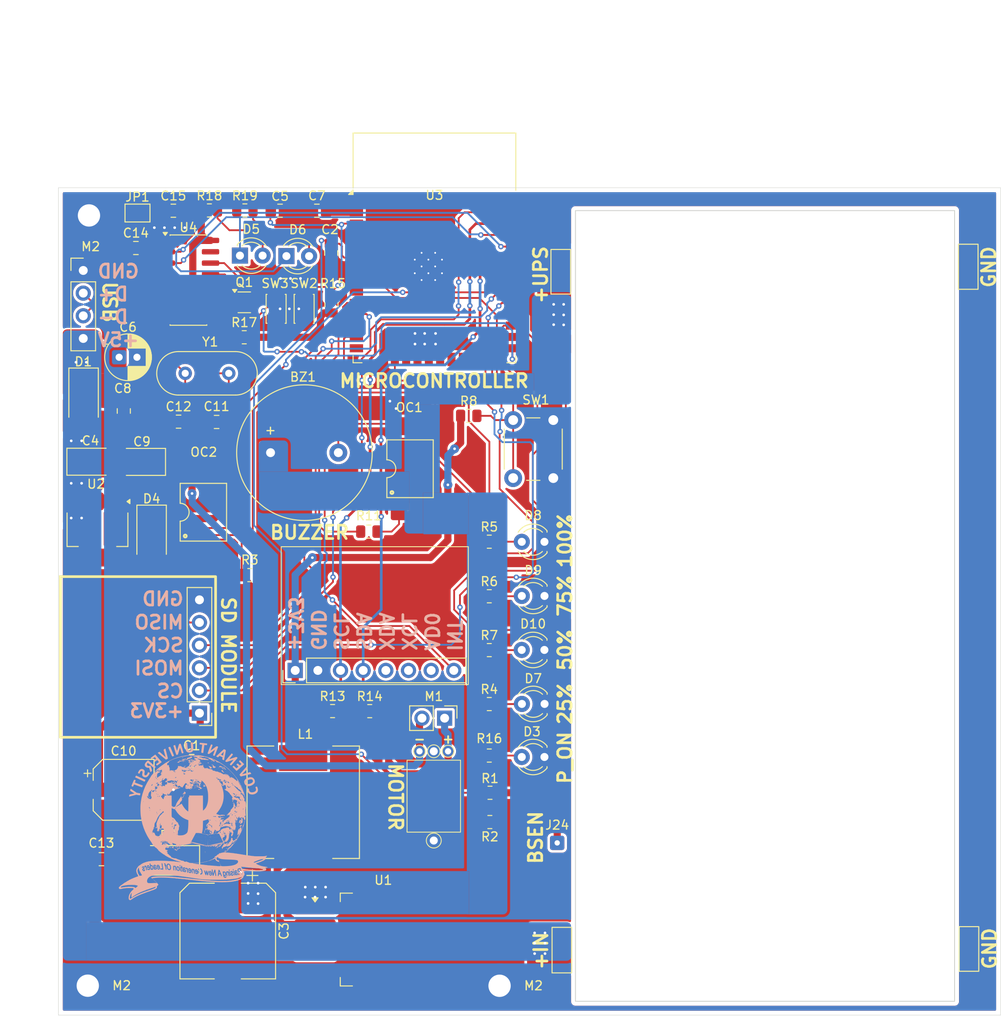
<source format=kicad_pcb>
(kicad_pcb (version 20241229) (generator "pcbnew") (generator_version "9.0")
  (layers (0 "F.Cu" signal) (2 "B.Cu" signal) (13 "F.Paste" user) (15 "B.Paste" user) (5 "F.SilkS" user "F.Silkscreen") (7 "B.SilkS" user "B.Silkscreen") (1 "F.Mask" user) (3 "B.Mask" user) (25 "Edge.Cuts" user))
  (net 0 "")
  (net 1 "Net-(BZ1--)")
  (net 2 "VCC")
  (net 3 "GND")
  (net 4 "+3.3V")
  (net 5 "/GPIO34")
  (net 6 "5V")
  (net 7 "/EN")
  (net 8 "Net-(D4-A)")
  (net 9 "Net-(U4-Xi)")
  (net 10 "Net-(U4-Xo)")
  (net 11 "Net-(JP1-A)")
  (net 12 "Net-(D2-K)")
  (net 13 "Net-(D3-A)")
  (net 14 "Net-(D5-A)")
  (net 15 "/GPIO1{slash}TX")
  (net 16 "Net-(D6-A)")
  (net 17 "/GPIO3{slash}RX")
  (net 18 "Net-(D7-A)")
  (net 19 "Net-(D8-A)")
  (net 20 "Net-(D9-A)")
  (net 21 "Net-(D10-A)")
  (net 22 "/XDA")
  (net 23 "/XCL")
  (net 24 "/GPIO27")
  (net 25 "/AD0")
  (net 26 "/SCL")
  (net 27 "/SDA")
  (net 28 "/+")
  (net 29 "/-")
  (net 30 "/CS")
  (net 31 "/MISO")
  (net 32 "/MOSI")
  (net 33 "/SCK")
  (net 34 "+BATT")
  (net 35 "Net-(M1--)")
  (net 36 "Net-(OC1-Pad1)")
  (net 37 "Net-(OC2-Pad1)")
  (net 38 "/GPIO0")
  (net 39 "/RTS")
  (net 40 "/DTR")
  (net 41 "/GPIO25")
  (net 42 "/GPIO13")
  (net 43 "/GPIO14")
  (net 44 "/GPIO16")
  (net 45 "/GPIO17")
  (net 46 "/GPIO32")
  (net 47 "/GPIO26")
  (net 48 "/GPIO2")
  (net 52 "/GPIO15")
  (net 56 "/GPIO33")
  (net 57 "/GPIO12")
  (net 58 "/GPIO4")
  (net 59 "/GPIO39")
  (net 60 "/GPIO36")
  (net 61 "/GPIO35")
  (footprint "Button_Switch_SMD:SW_SPST_CK_KXT3" (layer "F.Cu") (at 148.505 72.065 90)
    (property "Reference" "SW3")
    (property "Value" "FLASH")
  )
  (footprint "Resistor_SMD:R_0805_2012Metric" (layer "F.Cu") (at 145.555 101.9 180)
    (property "Reference" "R3")
    (property "Value" "10k")
  )
  (footprint "LED_THT:LED_D3.0mm" (layer "F.Cu") (at 149.66 66.155)
    (property "Reference" "D6")
    (property "Value" "Green")
  )
  (footprint "RF_Module:ESP32-WROOM-32" (layer "F.Cu") (at 166.255 68.225)
    (property "Reference" "U3")
    (property "Value" "ESP32-WROOM")
  )
  (footprint "MountingHole:MountingHole_2.5mm_Pad" (layer "F.Cu") (at 127.39 147.905)
    (property "Reference" "M2")
    (property "Value" "MountingHole_2.5mm_Pad")
  )
  (footprint "LED_THT:LED_D3.0mm" (layer "F.Cu") (at 178.585 98.17 180)
    (property "Reference" "D8")
    (property "Value" "Red")
  )
  (footprint "Package_TO_SOT_SMD:TO-263-5_TabPin6" (layer "F.Cu") (at 160.52 142.735)
    (property "Reference" "U1")
    (property "Value" "LM2596S-3.3V")
  )
  (footprint "Connector_PinHeader_2.54mm:PinHeader_1x02_P2.54mm_Vertical" (layer "F.Cu") (at 167.395 117.93 -90)
    (property "Reference" "M1")
    (property "Value" "Motor_DC")
  )
  (footprint "Jumper:SolderJumper-2_P1.3mm_Open_Pad1.0x1.5mm" (layer "F.Cu") (at 132.965 61.33)
    (property "Reference" "JP1")
    (property "Value" "~")
  )
  (footprint "Resistor_SMD:R_0805_2012Metric" (layer "F.Cu") (at 172.4025 116.35)
    (property "Reference" "R4")
    (property "Value" "330R")
  )
  (footprint "TestPoint:TestPoint_Keystone_5015_Micro_Mini" (layer "F.Cu") (at 226.095 67.325 90)
    (property "Reference" "J6" (hide yes))
    (property "Value" "-IN")
  )
  (footprint "Inductor_SMD:L_12x12mm_H6mm" (layer "F.Cu") (at 151.545 127.35 90)
    (property "Reference" "L1")
    (property "Value" "33uH")
  )
  (footprint "Diode_SMD:D_SMA" (layer "F.Cu") (at 126.92 82.21 -90)
    (property "Reference" "D1")
    (property "Value" "1N5819")
  )
  (footprint "Resistor_SMD:R_0805_2012Metric" (layer "F.Cu") (at 144.93 75.25)
    (property "Reference" "R17")
    (property "Value" "10k")
  )
  (footprint "Connector_PinHeader_2.54mm:PinHeader_1x08_P2.54mm_Vertical" (layer "F.Cu") (at 150.645 112.58 90)
    (property "Reference" "J1" (hide yes))
    (property "Value" "MPU6050")
  )
  (footprint "Resistor_SMD:R_0805_2012Metric" (layer "F.Cu") (at 141.025 61.04)
    (property "Reference" "R18")
    (property "Value" "330R")
  )
  (footprint "Diode_SMD:D_SMA" (layer "F.Cu") (at 134.5475 97.57 -90)
    (property "Reference" "D4")
    (property "Value" "1N5819")
  )
  (footprint "Capacitor_SMD:C_0805_2012Metric_Pad1.18x1.45mm_HandSolder" (layer "F.Cu") (at 128.9225 133.73 180)
    (property "Reference" "C13")
    (property "Value" "100nF")
  )
  (footprint "Resistor_SMD:R_0805_2012Metric" (layer "F.Cu") (at 172.4025 104.27)
    (property "Reference" "R6")
    (property "Value" "330R")
  )
  (footprint "Capacitor_SMD:CP_Elec_6.3x7.7" (layer "F.Cu") (at 131.41 125.96)
    (property "Reference" "C10")
    (property "Value" "220uF_16V")
  )
  (footprint "Package_TO_SOT_SMD:SOT-223-3_TabPin2" (layer "F.Cu") (at 128.4775 96.785 -90)
    (property "Reference" "U2")
    (property "Value" "AMS1117-3.3")
  )
  (footprint "Resistor_SMD:R_0805_2012Metric" (layer "F.Cu") (at 172.4025 122.12)
    (property "Reference" "R16")
    (property "Value" "330R")
  )
  (footprint "MountingHole:MountingHole_2.5mm_Pad" (layer "F.Cu") (at 127.525 61.6)
    (property "Reference" "M2")
    (property "Value" "MountingHole_2.5mm_Pad")
  )
  (footprint "Capacitor_Tantalum_SMD:CP_EIA-3528-21_Kemet-B_HandSolder" (layer "F.Cu") (at 127.695 89.195)
    (property "Reference" "C4")
    (property "Value" "4.7uF/16V")
  )
  (footprint "Resistor_SMD:R_0805_2012Metric" (layer "F.Cu") (at 172.4825 126.29 180)
    (property "Reference" "R1")
    (property "Value" "10k")
  )
  (footprint "Capacitor_SMD:C_0805_2012Metric_Pad1.18x1.45mm_HandSolder" (layer "F.Cu") (at 136.985 61.07 180)
    (property "Reference" "C15")
    (property "Value" "100nF")
  )
  (footprint "Resistor_SMD:R_0805_2012Metric" (layer "F.Cu") (at 170.1 84.055)
    (property "Reference" "R8")
    (property "Value" "330R")
  )
  (footprint "Resistor_SMD:R_0805_2012Metric" (layer "F.Cu") (at 172.4025 98.155)
    (property "Reference" "R5")
    (property "Value" "330R")
  )
  (footprint "PCM_Package_DIP_AKL:SMDIP-4_W9.53mm" (layer "F.Cu") (at 140.35 94.855 90)
    (property "Reference" "OC2")
    (property "Value" "PC817XI" (hide yes))
  )
  (footprint "MountingHole:MountingHole_2.5mm_Pad" (layer "F.Cu") (at 173.555 147.915)
    (property "Reference" "M2")
    (property "Value" "MountingHole_2.5mm_Pad")
  )
  (footprint "Resistor_SMD:R_0805_2012Metric" (layer "F.Cu") (at 145.005 61.04)
    (property "Reference" "R19")
    (property "Value" "330R")
  )
  (footprint "LED_THT:LED_D3.0mm" (layer "F.Cu") (at 178.59 104.235 180)
    (property "Reference" "D9")
    (property "Value" "Red")
  )
  (footprint "Button_Switch_THT:SW_PUSH_6mm_H13mm" (layer "F.Cu") (at 175.08 91.03 90)
    (property "Reference" "SW1")
    (property "Value" "SW_Push")
  )
  (footprint "Resistor_SMD:R_0805_2012Metric" (layer "F.Cu") (at 172.4025 110.305)
    (property "Reference" "R7")
    (property "Value" "330R")
  )
  (footprint "Resistor_SMD:R_0805_2012Metric" (layer "F.Cu") (at 154.835 117.135)
    (property "Reference" "R13")
    (property "Value" "10k")
  )
  (footprint "Capacitor_SMD:C_0805_2012Metric" (layer "F.Cu") (at 139.04 122.73 180)
    (property "Reference" "C1")
    (property "Value" "104")
  )
  (footprint "Capacitor_SMD:C_0805_2012Metric_Pad1.18x1.45mm_HandSolder" (layer "F.Cu") (at 141.8325 84.74 180)
    (property "Reference" "C11")
    (property "Value" "22pF")
  )
  (footprint "Capacitor_THT:CP_Radial_D5.0mm_P2.00mm" (layer "F.Cu") (at 130.904888 77.49)
    (property "Reference" "C6")
    (property "Value" "10uF_16V")
  )
  (footprint "Package_SO:SOIC-16_3.9x9.9mm_P1.27mm" (layer "F.Cu") (at 138.675 68.845)
    (property "Reference" "U4")
    (property "Value" "CH340C")
  )
  (footprint "Button_Switch_SMD:SW_SPST_CK_KXT3" (layer "F.Cu") (at 151.645 72.065 90)
    (property "Reference" "SW2")
    (property "Value" "RESET")
  )
  (footprint "Buzzer_Beeper:Buzzer_15x7.5RM7.6" (layer "F.Cu") (at 147.88 88.18)
    (property "Reference" "BZ1")
    (property "Value" "Buzzer")
  )
  (footprint "Connector_Wire:SolderWire-0.1sqmm_1x01_D0.4mm_OD1mm" (layer "F.Cu") (at 180.015 131.905)
    (property "Reference" "J24")
    (property "Value" "BSENS")
  )
  (footprint "Resistor_SMD:R_0805_2012Metric" (layer "F.Cu") (at 172.4675 129.57 180)
    (property "Reference" "R2")
    (property "Value" "20k")
  )
  (footprint "Capacitor_SMD:C_0805_2012Metric_Pad1.18x1.45mm_HandSolder" (layer "F.Cu") (at 153.075 61.07)
    (property "Reference" "C7")
    (property "Value" "100nF")
  )
  (footprint "TestPoint:TestPoint_Keystone_5015_Micro_Mini" (layer "F.Cu") (at 226.175 143.79 90)
    (property "Reference" "J10" (hide yes))
    (property "Value" "-5V")
  )
  (footprint "Diode_SMD:D_SMA" (layer "F.Cu") (at 136.4175 133.86 180)
    (property "Reference" "D2")
    (property "Value" "1N5824")
  )
  (footprint "TestPoint:TestPoint_Keystone_5015_Micro_Mini" (layer "F.Cu") (at 180.54 143.92 90)
    (property "Reference" "J5" (hide yes))
    (property "Value" "+IN")
  )
  (footprint "Capacitor_SMD:CP_Elec_10x12.5" (layer "F.Cu") (at 143.085 141.78 -90)
    (property "Reference" "C3")
    (property "Value" "680uF_35V")
  )
  (footprint "PCM_Package_DIP_AKL:SMDIP-4_W9.53mm" (layer "F.Cu") (at 163.52 89.98 90)
    (property "Reference" "OC1")
    (property "Value" "PC817XI" (hide yes))
  )
  (footprint "Crystal:Crystal_HC49-4H_Vertical" (layer "F.Cu") (at 138.315 79.29)
    (property "Reference" "Y1")
    (property "Value" "12MHz")
  )
  (footprint "Capacitor_SMD:C_0805_2012Metric_Pad1.18x1.45mm_HandSolder" (layer "F.Cu") (at 137.57 84.705)
    (property "Reference" "C12")
    (property "Value" "22pF")
  )
  (footprint "Connector_PinHeader_2.54mm:PinHeader_1x04_P2.54mm_Vertical" (layer "F.Cu") (at 126.885 67.765)
    (property "Reference" "J11" (hide yes))
    (property "Value" "USB_C Conn")
  )
  (footprint "Capacitor_SMD:C_0805_2012Metric_Pad1.18x1.45mm_HandSolder" (layer "F.Cu") (at 131.43 83.51 90)
    (property "Reference" "C8")
    (property "Value" "100nF")
  )
  (footprint "Capacitor_SMD:C_0805_2012Metric_Pad1.18x1.45mm_HandSolder" (layer "F.Cu") (at 132.785 65.25)
    (property "Reference" "C14")
    (property "Value" "100nF")
  )
  (footprint "Resistor_SMD:R_0805_2012Metric" (layer "F.Cu") (at 154.71 71.6125 -90)
    (property "Reference" "R15")
    (property "Value" "10k")
  )
  (footprint "Capacitor_SMD:C_0805_2012Metric_Pad1.18x1.45mm_HandSolder" (layer "F.Cu") (at 154.68 65.8075 90)
    (property "Reference" "C2")
    (property "Value" "100nF")
  )
  (footprint "LED_THT:LED_D3.0mm" (layer "F.Cu") (at 144.45 66.1)
    (property "Reference" "D5")
    (property "Value" "Red")
  )
  (footprint "Connector_PinHeader_2.54mm:PinHeader_1x06_P2.54mm_Vertical" (layer "F.Cu") (at 139.91 117.37 180)
    (property "Reference" "J15" (hide yes))
    (property "Value" "SD MODULE")
  )
  (footprint "LED_THT:LED_D3.0mm" (layer "F.Cu") (at 178.6 116.335 180)
    (property "Reference" "D7")
    (property "Value" "Red")
  )
  (footprint "Resistor_SMD:R_0805_2012Metric" (layer "F.Cu") (at 159 117.1425)
    (property "Reference" "R14")
    (property "Value" "10k")
  )
  (footprint "Package_TO_SOT_SMD:SOT-363_SC-70-6" (layer "F.Cu") (at 144.94 71.335)
    (property "Reference" "Q1")
    (property "Value" "UMH3N")
  )
  (footprint "TestPoint:TestPoint_Keystone_5015_Micro_Mini" (layer "F.Cu") (at 180.415 67.91 90)
    (property "Reference" "J9" (hide yes))
    (property "Value" "+5V")
  )
  (footprint "Capacitor_Tantalum_SMD:CP_EIA-3528-21_Kemet-B_HandSolder" (layer "F.Cu") (at 133.4625 89.215 180)
    (property "Reference" "C9")
    (property "Value" "4.7uF/16V")
  )
  (footprint "LED_THT:LED_D3.0mm" (layer "F.Cu") (at 178.58 110.285 180)
    (property "Reference" "D10")
    (property "Value" "Red")
  )
  (footprint "Resistor_SMD:R_0805_2012Metric" (layer "F.Cu") (at 158.9 97.025)
    (property "Reference" "R11")
    (property "Value" "10k")
  )
  (footprint "Capacitor_SMD:C_0805_2012Metric_Pad1.18x1.45mm_HandSolder" (layer "F.Cu") (at 148.945 61.07 180)
    (property "Reference" "C5")
    (property "Value" "470nF")
  )
  (footprint "LED_THT:LED_D3.0mm" (layer "F.Cu") (at 178.585 122.28 180)
    (property "Reference" "D3")
    (property "Value" "Red")
  )
  (footprint "logo:CULogo" (layer "B.Cu") (at 139.11483 129.325506 180)
    (property "Reference" "G***" (hide yes))
    (property "Value" "LOGO" (hide yes))
  )
  (gr_circle (center 164.58 121.64) (end 165.055 122.115) (stroke (width 0.1)) (fill no) (layer "F.SilkS"))
  (gr_rect (start 163.18 122.64) (end 169.18 130.7) (stroke (width 0.1)) (fill no) (layer "F.SilkS"))
  (gr_rect (start 124.32 102.07) (end 141.72 120.07) (stroke (width 0.3)) (fill no) (layer "F.SilkS"))
  (gr_circle (center 166.18 131.64) (end 166.85 132.14) (stroke (width 0.1)) (fill no) (layer "F.SilkS"))
  (gr_rect (start 149.075 98.715) (end 170.055 114.165) (stroke (width 0.1)) (fill no) (layer "F.SilkS"))
  (gr_circle (center 166.18 121.64) (end 166.69 122.15) (stroke (width 0.1)) (fill no) (layer "F.SilkS"))
  (gr_circle (center 167.78 121.64) (end 168.255 122.115) (stroke (width 0.1)) (fill no) (layer "F.SilkS"))
  (gr_rect (start 124.095 58.495) (end 229.725 151.205) (stroke (width 0.05)) (fill no) (layer "Edge.Cuts"))
  (gr_rect (start 182.065 61.055) (end 224.565 149.655) (stroke (width 0.1)) (fill no) (layer "Edge.Cuts"))
  (gr_text "+UPS" (at 179.04 71.63 90) (layer "F.SilkS") (effects (font (size 1.5 1.5) (thickness 0.3) (bold yes)) (justify left bottom)))
  (gr_text "-" (at 163.84 120.85 0) (layer "F.SilkS") (effects (font (size 1 1) (thickness 0.2) (bold yes)) (justify left bottom)))
  (gr_text "USB" (at 128.97 68.86 270) (layer "F.SilkS") (effects (font (size 1.5 1.5) (thickness 0.3) (bold yes)) (justify left bottom)))
  (gr_text "75%" (at 181.77 106.71 90) (layer "F.SilkS") (effects (font (size 1.5 1.5) (thickness 0.3) (bold yes)) (justify left bottom)))
  (gr_text "BSEN" (at 178.48 134.43 90) (layer "F.SilkS") (effects (font (size 1.5 1.5) (thickness 0.3) (bold yes)) (justify left bottom)))
  (gr_text "MOTOR" (at 161.02 122.81 270) (layer "F.SilkS") (effects (font (size 1.5 1.5) (thickness 0.3) (bold yes)) (justify left bottom)))
  (gr_text "GND" (at 229.38 146.23 90) (layer "F.SilkS") (effects (font (size 1.5 1.5) (thickness 0.3) (bold yes)) (justify left bottom)))
  (gr_text "100%" (at 181.77 101.25 90) (layer "F.SilkS") (effects (font (size 1.5 1.5) (thickness 0.3) (bold yes)) (justify left bottom)))
  (gr_text "50%" (at 181.77 112.76 90) (layer "F.SilkS") (effects (font (size 1.5 1.5) (thickness 0.3) (bold yes)) (justify left bottom)))
  (gr_text "GND" (at 229.28 69.86 90) (layer "F.SilkS") (effects (font (size 1.5 1.5) (thickness 0.3) (bold yes)) (justify left bottom)))
  (gr_text "25%" (at 181.77 118.81 90) (layer "F.SilkS") (effects (font (size 1.5 1.5) (thickness 0.3) (bold yes)) (justify left bottom)))
  (gr_text "+" (at 167.04 120.84 0) (layer "F.SilkS") (effects (font (size 1 1) (thickness 0.2) (bold yes)) (justify left bottom)))
  (gr_text "BUZZER" (at 147.66 98 0) (layer "F.SilkS") (effects (font (size 1.5 1.5) (thickness 0.3) (bold yes)) (justify left bottom)))
  (gr_text "SD MODULE" (at 142.27 104.18 270) (layer "F.SilkS") (effects (font (size 1.5 1.5) (thickness 0.3) (bold yes)) (justify left bottom)))
  (gr_text "+IN" (at 179.07 146.27 90) (layer "F.SilkS") (effects (font (size 1.5 1.5) (thickness 0.3) (bold yes)) (justify left bottom)))
  (gr_text "P_ON" (at 181.77 125.45 90) (layer "F.SilkS") (effects (font (size 1.5 1.5) (thickness 0.3) (bold yes)) (justify left bottom)))
  (gr_text "MICROCONTROLLER" (at 155.45 81.01 0) (layer "F.SilkS") (effects (font (size 1.5 1.5) (thickness 0.3) (bold yes)) (justify left bottom)))
  (gr_text "GND" (at 133.304286 68.74 0) (layer "B.SilkS") (effects (font (size 1.5 1.5) (thickness 0.3) (bold yes)) (justify left bottom mirror)))
  (gr_text "D+" (at 132.09 71.3 0) (layer "B.SilkS") (effects (font (size 1.5 1.5) (thickness 0.3) (bold yes)) (justify left bottom mirror)))
  (gr_text "MISO" (at 138.29 108.07 0) (layer "B.SilkS") (effects (font (size 1.5 1.5) (thickness 0.3) (bold yes)) (justify left bottom mirror)))
  (gr_text "+5V" (at 133.304285 76.42 0) (layer "B.SilkS") (effects (font (size 1.5 1.5) (thickness 0.3) (bold yes)) (justify left bottom mirror)))
  (gr_text "CS" (at 138.29 115.78 0) (layer "B.SilkS") (effects (font (size 1.5 1.5) (thickness 0.3) (bold yes)) (justify left bottom mirror)))
  (gr_text "SCK" (at 138.29 110.64 0) (layer "B.SilkS") (effects (font (size 1.5 1.5) (thickness 0.3) (bold yes)) (justify left bottom mirror)))
  (gr_text "XDA" (at 159.971429 110.52 270) (layer "B.SilkS") (effects (font (size 1.5 1.5) (thickness 0.3) (bold yes)) (justify left bottom mirror)))
  (gr_text "+3V3" (at 138.32 117.99 0) (layer "B.SilkS") (effects (font (size 1.5 1.5) (thickness 0.3) (bold yes)) (justify left bottom mirror)))
  (gr_text "XCL" (at 162.514286 110.52 270) (layer "B.SilkS") (effects (font (size 1.5 1.5) (thickness 0.3) (bold yes)) (justify left bottom mirror)))
  (gr_text "+3V3" (at 149.8 110.55 270) (layer "B.SilkS") (effects (font (size 1.5 1.5) (thickness 0.3) (bold yes)) (justify left bottom mirror)))
  (gr_text "SDA" (at 157.428571 110.52 270) (layer "B.SilkS") (effects (font (size 1.5 1.5) (thickness 0.3) (bold yes)) (justify left bottom mirror)))
  (gr_text "GND" (at 152.342857 110.52 270) (layer "B.SilkS") (effects (font (size 1.5 1.5) (thickness 0.3) (bold yes)) (justify left bottom mirror)))
  (gr_text "D-" (at 132.09 73.86 0) (layer "B.SilkS") (effects (font (size 1.5 1.5) (thickness 0.3) (bold yes)) (justify left bottom mirror)))
  (gr_text "GND" (at 138.29 105.45 0) (layer "B.SilkS") (effects (font (size 1.5 1.5) (thickness 0.3) (bold yes)) (justify left bottom mirror)))
  (gr_text "MOSI" (at 138.29 113.21 0) (layer "B.SilkS") (effects (font (size 1.5 1.5) (thickness 0.3) (bold yes)) (justify left bottom mirror)))
  (gr_text "INT" (at 167.6 110.59 270) (layer "B.SilkS") (effects (font (size 1.5 1.5) (thickness 0.3) (bold yes)) (justify left bottom mirror)))
  (gr_text "SCL" (at 154.885714 110.52 270) (layer "B.SilkS") (effects (font (size 1.5 1.5) (thickness 0.3) (bold yes)) (justify left bottom mirror)))
  (gr_text "AD0" (at 165.057143 110.52 270) (layer "B.SilkS") (effects (font (size 1.5 1.5) (thickness 0.3) (bold yes)) (justify left bottom mirror)))
  (segment (start 162.05 85.215) (end 161.78 84.945) (width 0.2) (layer "F.Cu") (net 1))
  (segment (start 155.48 85.96) (end 155.48 88.18) (width 0.2) (layer "F.Cu") (net 1))
  (segment (start 162.25 85.215) (end 162.05 85.215) (width 0.2) (layer "F.Cu") (net 1))
  (segment (start 161.78 84.945) (end 156.495 84.945) (width 0.2) (layer "F.Cu") (net 1))
  (segment (start 156.495 84.945) (end 155.48 85.96) (width 0.2) (layer "F.Cu") (net 1))
  (via (at 146.485 136.415) (size 1) (drill 0.3) (layers "F.Cu" "B.Cu") (net 2))
  (via (at 145.365 138.69) (size 1) (drill 0.3) (layers "F.Cu" "B.Cu") (net 2))
  (via (at 180.74 73.86) (size 1) (drill 0.3) (layers "F.Cu" "B.Cu") (net 2))
  (via (at 146.485 138.71) (size 1) (drill 0.3) (layers "F.Cu" "B.Cu") (net 2))
  (via (at 152.895 136.86) (size 1) (drill 0.3) (layers "F.Cu" "B.Cu") (net 2))
  (via (at 151.755 137.98) (size 1) (drill 0.3) (layers "F.Cu" "B.Cu") (net 2))
  (via (at 154.05 137.98) (size 1) (drill 0.3) (layers "F.Cu" "B.Cu") (net 2))
  (via (at 180.74 72.745) (size 1) (drill 0.3) (layers "F.Cu" "B.Cu") (net 2))
  (via (at 145.365 137.57) (size 1) (drill 0.3) (layers "F.Cu" "B.Cu") (net 2))
  (via (at 152.87 137.98) (size 1) (drill 0.3) (layers "F.Cu" "B.Cu") (net 2))
  (via (at 154.05 136.86) (size 1) (drill 0.3) (layers "F.Cu" "B.Cu") (net 2))
  (via (at 179.62 71.565) (size 1) (drill 0.3) (layers "F.Cu" "B.Cu") (net 2))
  (via (at 179.62 72.72) (size 1) (drill 0.3) (layers "F.Cu" "B.Cu") (net 2))
  (via (at 145.365 136.415) (size 1) (drill 0.3) (layers "F.Cu" "B.Cu") (net 2))
  (via (at 151.775 136.86) (size 1) (drill 0.3) (layers "F.Cu" "B.Cu") (net 2))
  (via (at 146.485 137.595) (size 1) (drill 0.3) (layers "F.Cu" "B.Cu") (net 2))
  (via (at 179.62 73.84) (size 1) (drill 0.3) (layers "F.Cu" "B.Cu") (net 2))
  (via (at 180.74 71.565) (size 1) (drill 0.3) (layers "F.Cu" "B.Cu") (net 2))
  (segment (start 136.985 125.96) (end 136.995 125.95) (width 1) (layer "F.Cu") (net 3))
  (via (at 150.115 68.66) (size 1) (drill 0.3) (layers "F.Cu" "B.Cu") (net 3))
  (via (at 166.38 76.01) (size 1) (drill 0.3) (layers "F.Cu" "B.Cu") (net 3))
  (via (at 151.235 68.66) (size 1) (drill 0.3) (layers "F.Cu" "B.Cu") (net 3))
  (via (at 166.38 74.825) (size 1) (drill 0.3) (layers "F.Cu" "B.Cu") (net 3))
  (via (at 136.995 125.95) (size 1) (drill 0.3) (layers "F.Cu" "B.Cu") (net 3))
  (via (at 138.26 62.97) (size 1) (drill 0.3) (layers "F.Cu" "B.Cu") (net 3))
  (via (at 148.995 68.66) (size 1) (drill 0.3) (layers "F.Cu" "B.Cu") (net 3))
  (via (at 165.16 74.825) (size 1) (drill 0.3) (layers "F.Cu" "B.Cu") (net 3))
  (via (at 151.05 72.065) (size 1) (drill 0.3) (layers "F.Cu" "B.Cu") (net 3))
  (via (at 164.075 76.01) (size 1) (drill 0.3) (layers "F.Cu" "B.Cu") (net 3))
  (via (at 161.95 83.24) (size 1) (drill 0.3) (layers "F.Cu" "B.Cu") (net 3))
  (via (at 161.26 82.41) (size 1) (drill 0.3) (layers "F.Cu" "B.Cu") (net 3))
  (via (at 135.985 62.97) (size 1) (drill 0.3) (layers "F.Cu" "B.Cu") (net 3))
  (via (at 148.95 72.065) (size 1) (drill 0.3) (layers "F.Cu" "B.Cu") (net 3))
  (via (at 149.99 72.065) (size 1) (drill 0.3) (layers "F.Cu" "B.Cu") (net 3))
  (via (at 166.18 121.64) (size 1.3) (drill 0.9) (layers "F.Cu" "B.Cu") (net 3))
  (via (at 165.16 76.01) (size 1) (drill 0.3) (layers "F.Cu" "B.Cu") (net 3))
  (via (at 134.855 62.97) (size 1) (drill 0.3) (layers "F.Cu" "B.Cu") (net 3))
  (via (at 164.075 74.825) (size 1) (drill 0.3) (layers "F.Cu" "B.Cu") (net 3))
  (via (at 137.13 62.97) (size 1) (drill 0.3) (layers "F.Cu" "B.Cu") (net 3))
  (via (at 166.18 131.64) (size 1.5) (drill 0.9) (layers "F.Cu" "B.Cu") (net 3))
  (segment (start 151.215 122.73) (end 151.545 122.4) (width 0.8) (layer "F.Cu") (net 4))
  (segment (start 167.285 124.165) (end 167.78 123.67) (width 0.8) (layer "F.Cu") (net 4))
  (segment (start 153.9225 118.5175) (end 154.57 119.165) (width 0.8) (layer "F.Cu") (net 4))
  (segment (start 139.165 75.155) (end 141.53 77.52) (width 0.8) (layer "F.Cu") (net 4))
  (segment (start 140.1125 63.7475) (end 140.765 64.4) (width 0.8) (layer "F.Cu") (net 4))
  (segment (start 138.0225 60.0825) (end 138.0225 61.07) (width 0.8) (layer "F.Cu") (net 4))
  (segment (start 143.01 59.52) (end 143.465 59.52) (width 0.8) (layer "F.Cu") (net 4))
  (segment (start 153.305 59.52) (end 154.1125 60.3275) (width 0.8) (layer "F.Cu") (net 4))
  (segment (start 157.505 61.245) (end 154.2875 61.245) (width 0.8) (layer "F.Cu") (net 4))
  (segment (start 154.2875 61.245) (end 154.1125 61.07) (width 0.8) (layer "F.Cu") (net 4))
  (segment (start 136.95 96.075) (end 136.95 117.365) (width 0.8) (layer "F.Cu") (net 4))
  (segment (start 167.76 97.97) (end 167.76 91.785) (width 0.8) (layer "F.Cu") (net 4))
  (segment (start 144.0925 60.1475) (end 144.0925 61.04) (width 0.8) (layer "F.Cu") (net 4))
  (segment (start 133.615 61.33) (end 133.615 60.095) (width 0.8) (layer "F.Cu") (net 4))
  (segment (start 151.545 117.495) (end 151.545 122.4) (width 0.8) (layer "F.Cu") (net 4))
  (segment (start 154.1125 60.3275) (end 154.1125 61.07) (width 0.8) (layer "F.Cu") (net 4))
  (segment (start 145.8425 80.4125) (end 144.575 81.68) (width 0.8) (layer "F.Cu") (net 4))
  (segment (start 152.87 144.435) (end 148.76 144.435) (width 0.8) (layer "F.Cu") (net 4))
  (segment (start 127.885 126.785) (end 128.71 125.96) (width 0.8) (layer "F.Cu") (net 4))
  (segment (start 134.5475 95.57) (end 136.445 95.57) (width 0.8) (layer "F.Cu") (net 4))
  (segment (start 140.765 64.4) (end 141.15 64.4) (width 0.8) (layer "F.Cu") (net 4))
  (segment (start 138.0225 60.0575) (end 138.56 59.52) (width 0.8) (layer "F.Cu") (net 4))
  (segment (start 138.56 59.52) (end 143.01 59.52) (width 0.8) (layer "F.Cu") (net 4))
  (segment (start 145.8425 75.25) (end 152.38 75.25) (width 0.8) (layer "F.Cu") (net 4))
  (segment (start 138.0225 61.07) (end 140.0825 61.07) (width 0.8) (layer "F.Cu") (net 4))
  (segment (start 141.545 95.57) (end 134.5475 95.57) (width 0.8) (layer "F.Cu") (net 4))
  (segment (start 145.8425 75.25) (end 145.8425 77.52) (width 0.8) (layer "F.Cu") (net 4))
  (segment (start 159.11 119.165) (end 160.17 119.165) (width 0.8) (layer "F.Cu") (net 4))
  (segment (start 151.185 117.135) (end 151.545 117.495) (width 0.8) (layer "F.Cu") (net 4))
  (segment (start 139.99 122.73) (end 151.215 122.73) (width 0.8) (layer "F.Cu") (net 4))
  (segment (start 161.13 120.125) (end 161.13 122.87) (width 0.8) (layer "F.Cu") (net 4))
  (segment (start 130.545 117.37) (end 136.945 117.37) (width 0.8) (layer "F.Cu") (net 4))
  (segment (start 159.9125 118.3625) (end 159.9125 117.1425) (width 0.8) (layer "F.Cu") (net 4))
  (segment (start 152.38 75.25) (end 153.475 74.155) (width 0.8) (layer "F.Cu") (net 4))
  (segment (start 162.41 124.165) (end 167.285 124.165) (width 0.8) (layer "F.Cu") (net 4))
  (segment (start 139.99 122.73) (end 139.99 117.45) (width 0.8) (layer "F.Cu") (net 4))
  (segment (start 150.645 116.595) (end 151.185 117.135) (width 0.8) (layer "F.Cu") (net 4))
  (segment (start 137.46 59.52) (end 138.0225 60.0825) (width 0.8) (layer "F.Cu") (net 4))
  (segment (start 167.78 123.67) (end 167.78 121.64) (width 0.8) (layer "F.Cu") (net 4))
  (segment (start 152.585 99.93) (end 165.8 99.93) (width 0.8) (layer "F.Cu") (net 4))
  (segment (start 165.8 99.93) (end 167.76 97.97) (width 0.8) (layer "F.Cu") (net 4))
  (segment (start 153.475 72.94) (end 153.89 72.525) (width 0.8) (layer "F.Cu") (net 4))
  (segment (start 153.475 74.155) (end 153.475 72.94) (width 0.8) (layer "F.Cu") (net 4))
  (segment (start 154.57 119.165) (end 159.11 119.165) (width 0.8) (layer "F.Cu") (net 4))
  (segment (start 150.645 112.58) (end 150.645 116.595) (width 0.8) (layer "F.Cu") (net 4))
  (segment (start 144.0925 61.04) (end 144.0925 60.1325) (width 0.8) (layer "F.Cu") (net 4))
  (segment (start 144.575 92.54) (end 141.545 95.57) (width 0.8) (layer "F.Cu") (net 4))
  (segment (start 136.95 117.365) (end 136.945 117.37) (width 0.8) (layer "F.Cu") (net 4))
  (segment (start 136.44 59.52) (end 138.56 59.52) (width 0.8) (layer "F.Cu") (net 4))
  (segment (start 128.71 119.205) (end 130.545 117.37) (width 0.8) (layer "F.Cu") (net 4))
  (segment (start 136.445 95.57) (end 136.95 96.075) (width 0.8) (layer "F.Cu") (net 4))
  (segment (start 169.1875 87.0675) (end 168.51 87.745) (width 0.8) (layer "F.Cu") (net 4))
  (segment (start 160.17 119.165) (end 161.13 120.125) (width 0.8) (layer "F.Cu") (net 4))
  (segment (start 139.165 64.935) (end 139.165 75.155) (width 0.8) (layer "F.Cu") (net 4))
  (segment (start 140.0825 61.07) (end 140.1125 61.04) (width 0.8) (layer "F.Cu") (net 4))
  (segment (start 169.1875 84.055) (end 169.1875 87.0675) (width 0.8) (layer "F.Cu") (net 4))
  (segment (start 129.2 141.82) (end 127.885 140.505) (width 0.8) (layer "F.Cu") (net 4))
  (segment (start 153.89 72.525) (end 154.71 72.525) (width 0.8) (layer "F.Cu") (net 4))
  (segment (start 136.44 59.52) (end 137.46 59.52) (width 0.8) (layer "F.Cu") (net 4))
  (segment (start 159.11 119.165) (end 159.9125 118.3625) (width 0.8) (layer "F.Cu") (net 4))
  (segment (start 144.0925 60.1325) (end 144.705 59.52) (width 0.8) (layer "F.Cu") (net 4))
  (segment (start 152.57 99.945) (end 152.585 99.93) (width 0.8) (layer "F.Cu") (net 4))
  (segment (start 148.76 144.435) (end 146.145 141.82) (width 0.8) (layer "F.Cu") (net 4))
  (segment (start 161.13 122.87) (end 162.41 124.15) (width 0.8) (layer "F.Cu") (net 4))
  (segment (start 143.01 59.52) (end 144.705 59.52) (width 0.8) (layer "F.Cu") (net 4))
  (segment (start 162.41 124.15) (end 162.41 124.165) (width 0.8) (layer "F.Cu") (net 4))
  (segment (start 141.53 77.52) (end 145.8425 77.52) (width 0.8) (layer "F.Cu") (net 4))
  (segment (start 151.185 117.135) (end 153.9225 117.135) (width 0.8) (layer "F.Cu") (net 4))
  (segment (start 136.945 117.37) (end 139.91 117.37) (width 0.8) (layer "F.Cu") (net 4))
  (segment (start 143.465 59.52) (end 144.0925 60.1475) (width 0.8) (layer "F.Cu") (net 4))
  (segment (start 146.145 141.82) (end 129.2 141.82) (width 0.8) (layer "F.Cu") (net 4))
  (segment (start 153.9225 117.135) (end 153.9225 118.5175) (width 0.8) (layer "F.Cu") (net 4))
  (segment (start 133.615 60.095) (end 134.19 59.52) (width 0.8) (layer "F.Cu") (net 4))
  (segment (start 140.1125 61.04) (end 140.1125 63.7475) (width 0.8) (layer "F.Cu") (net 4))
  (segment (start 144.705 59.52) (end 153.305 59.52) (width 0.8) (layer "F.Cu") (net 4))
  (segment (start 141.15 64.4) (end 139.7 64.4) (width 0.8) (layer "F.Cu") (net 4))
  (segment (start 139.99 117.45) (end 139.91 117.37) (width 0.8) (layer "F.Cu") (net 4))
  (segment (start 128.71 125.96) (end 128.71 119.205) (width 0.8) (layer "F.Cu") (net 4))
  (segment (start 145.8425 77.52) (end 145.8425 80.4125) (width 0.8) (layer "F.Cu") (net 4))
  (segment (start 139.7 64.4) (end 139.165 64.935) (width 0.8) (layer "F.Cu") (net 4))
  (segment (start 127.885 133.73) (end 127.885 126.785) (width 0.8) (layer "F.Cu") (net 4))
  (segment (start 144.575 81.68) (end 144.575 92.54) (width 0.8) (layer "F.Cu") (net 4))
  (segment (start 134.19 59.52) (end 136.44 59.52) (width 0.8) (layer "F.Cu") (net 4))
  (segment (start 138.0225 61.07) (end 138.0225 60.0575) (width 0.8) (layer "F.Cu") (net 4))
  (segment (start 127.885 140.505) (end 127.885 133.73) (width 0.8) (layer "F.Cu") (net 4))
  (via (at 168.51 87.745) (size 1) (drill 0.3) (layers "F.Cu" "B.Cu") (net 4))
  (via (at 152.57 99.945) (size 1) (drill 0.3) (layers "F.Cu" "B.Cu") (net 4))
  (via (at 167.76 91.785) (size 1) (drill 0.3) (layers "F.Cu" "B.Cu") (net 4))
  (via (at 167.78 121.64) (size 1.2) (drill 0.7) (layers "F.Cu" "B.Cu") (net 4))
  (segment (start 167.78 121.64) (end 167.78 119.76) (width 0.8) (layer "B.Cu") (net 4))
  (segment (start 167.76 91.785) (end 167.76 88.495) (width 0.8) (layer "B.Cu") (net 4))
  (segment (start 167.78 119.76) (end 167.395 119.375) (width 0.8) (layer "B.Cu") (net 4))
  (segment (start 167.76 88.495) (end 168.51 87.745) (width 0.8) (layer "B.Cu") (net 4))
  (segment (start 150.645 112.58) (end 150.645 101.87) (width 0.8) (layer "B.Cu") (net 4))
  (segment (start 150.645 101.87) (end 152.57 99.945) (width 0.8) (layer "B.Cu") (net 4))
  (segment (start 167.395 117.93) (end 167.395 119.375) (width 0.8) (layer "B.Cu") (net 4))
  (segment (start 154.32 64.41) (end 154.68 64.77) (width 0.2) (layer "F.Cu") (net 5))
  (segment (start 154.68 64.77) (end 155.595 64.77) (width 0.2) (layer "F.Cu") (net 5))
  (segment (start 156.13 66.325) (end 157.505 66.325) (width 0.2) (layer "F.Cu") (net 5))
  (segment (start 171.555 126.305) (end 171.57 126.29) (width 0.2) (layer "F.Cu") (net 5))
  (segment (start 171.555 129.57) (end 171.555 126.305) (width 0.2) (layer "F.Cu") (net 5))
  (segment (start 155.885 66.08) (end 156.13 66.325) (width 0.2) (layer "F.Cu") (net 5))
  (segment (start 162.37 126.29) (end 171.57 126.29) (width 0.2) (layer "F.Cu") (net 5))
  (segment (start 158.05 121.97) (end 162.37 126.29) (width 0.2) (layer "F.Cu") (net 5))
  (segment (start 155.885 65.06) (end 155.885 66.08) (width 0.2) (layer "F.Cu") (net 5))
  (segment (start 153.585 64.41) (end 154.32 64.41) (width 0.2) (layer "F.Cu") (net 5))
  (segment (start 155.595 64.77) (end 155.885 65.06) (width 0.2) (layer "F.Cu") (net 5))
  (via (at 158.05 121.97) (size 0.6) (drill 0.3) (layers "F.Cu" "B.Cu") (net 5))
  (via (at 153.585 64.41) (size 0.6) (drill 0.3) (layers "F.Cu" "B.Cu") (net 5))
  (segment (start 149.12 99.43) (end 146.03 96.34) (width 0.2) (layer "B.Cu") (net 5))
  (segment (start 146.03 96.34) (end 146.03 80.54) (width 0.2) (layer "B.Cu") (net 5))
  (segment (start 158.05 121.97) (end 149.735 121.97) (width 0.2) (layer "B.Cu") (net 5))
  (segment (start 153.585 72.985) (end 153.585 64.41) (width 0.2) (layer "B.Cu") (net 5))
  (segment (start 149.735 121.97) (end 149.12 121.355) (width 0.2) (layer "B.Cu") (net 5))
  (segment (start 149.12 121.355) (end 149.12 99.43) (width 0.2) (layer "B.Cu") (net 5))
  (segment (start 146.03 80.54) (end 153.585 72.985) (width 0.2) (layer "B.Cu") (net 5))
  (via (at 126.7 86.855) (size 1) (drill 0.3) (layers "F.Cu" "B.Cu") (net 6))
  (via (at 177.485 144.31) (size 1) (drill 0.3) (layers "F.Cu" "B.Cu") (net 6))
  (via (at 177.485 143.14) (size 1) (drill 0.3) (layers "F.Cu" "B.Cu") (net 6))
  (via (at 126.065 78.05) (size 1) (drill 0.3) (layers "F.Cu" "B.Cu") (net 6))
  (via (at 126.7 91.61) (size 1) (drill 0.3) (layers "F.Cu" "B.Cu") (net 6))
  (via (at 125.535 86.855) (size 1) (drill 0.3) (layers "F.Cu" "B.Cu") (net 6))
  (via (at 178.65 144.31) (size 1) (drill 0.3) (layers "F.Cu" "B.Cu") (net 6))
  (via (at 178.65 143.14) (size 1) (drill 0.3) (layers "F.Cu" "B.Cu") (net 6))
  (via (at 125.535 95.505) (size 1) (drill 0.3) (layers "F.Cu" "B.Cu") (net 6))
  (via (at 127.23 78.05) (size 1) (drill 0.3) (layers "F.Cu" "B.Cu") (net 6))
  (via (at 126.7 95.505) (size 1) (drill 0.3) (layers "F.Cu" "B.Cu") (net 6))
  (via (at 125.535 91.61) (size 1) (drill 0.3) (layers "F.Cu" "B.Cu") (net 6))
  (via (at 177.485 141.995) (size 1) (drill 0.3) (layers "F.Cu" "B.Cu") (net 6))
  (via (at 178.65 141.995) (size 1) (drill 0.3) (layers "F.Cu" "B.Cu") (net 6))
  (segment (start 151.645 70.44) (end 151.645 69.61) (width 0.2) (layer "F.Cu") (net 7))
  (segment (start 154.71 70.17) (end 155.435 69.445) (width 0.2) (layer "F.Cu") (net 7))
  (segment (start 147.86 61.1175) (end 147.9075 61.07) (width 0.2) (layer "F.Cu") (net 7))
  (segment (start 145.89 69.865) (end 146.145 69.61) (width 0.2) (layer "F.Cu") (net 7))
  (segment (start 154.3 69.61) (end 154.71 70.02) (width 0.2) (layer "F.Cu") (net 7))
  (segment (start 155.945 62.515) (end 155.84 62.62) (width 0.2) (layer "F.Cu") (net 7))
  (segment (start 154.71 70.7) (end 154.71 70.17) (width 0.2) (layer "F.Cu") (net 7))
  (segment (start 157.505 62.515) (end 155.945 62.515) (width 0.2) (layer "F.Cu") (net 7))
  (segment (start 151.645 69.61) (end 154.3 69.61) (width 0.2) (layer "F.Cu") (net 7))
  (segment (start 145.89 70.685) (end 145.89 69.865) (width 0.2) (layer "F.Cu") (net 7))
  (segment (start 154.71 70.02) (end 154.71 70.7) (width 0.2) (layer "F.Cu") (net 7))
  (segment (start 146.145 69.61) (end 151.645 69.61) (width 0.2) (layer "F.Cu") (net 7))
  (segment (start 147.86 62.4) (end 147.86 61.1175) (width 0.2) (layer "F.Cu") (net 7))
  (via (at 155.435 69.445) (size 0.6) (drill 0.3) (layers "F.Cu" "B.Cu") (net 7))
  (via (at 155.84 62.62) (size 0.6) (drill 0.3) (layers "F.Cu" "B.Cu") (net 7))
  (via (at 147.86 62.4) (size 0.6) (drill 0.3) (layers "F.Cu" "B.Cu") (net 7))
  (segment (start 155.435 69.445) (end 155.84 69.04) (width 0.2) (layer "B.Cu") (net 7))
  (segment (start 155.79 62.67) (end 148.115 62.67) (width 0.2) (layer "B.Cu") (net 7))
  (segment (start 148.115 62.67) (end 148.105 62.67) (width 0.2) (layer "B.Cu") (net 7))
  (segment (start 148.105 62.67) (end 147.86 62.425) (width 0.2) (layer "B.Cu") (net 7))
  (segment (start 155.84 69.04) (end 155.84 62.62) (width 0.2) (layer "B.Cu") (net 7))
  (segment (start 147.86 62.425) (end 147.86 62.4) (width 0.2) (layer "B.Cu") (net 7))
  (segment (start 155.84 62.62) (end 155.79 62.67) (width 0.2) (layer "B.Cu") (net 7))
  (segment (start 134.215 91.66) (end 135.09 90.785) (width 0.8) (layer "F.Cu") (net 8))
  (segment (start 128.4775 92.2575) (end 129.075 91.66) (width 0.8) (layer "F.Cu") (net 8))
  (segment (start 128.4775 93.635) (end 128.4775 92.2575) (width 0.8) (layer "F.Cu") (net 8))
  (segment (start 128.4775 99.935) (end 128.4775 93.635) (width 0.8) (layer "F.Cu") (net 8))
  (segment (start 134.1825 99.935) (end 134.5475 99.57) (width 0.8) (layer "F.Cu") (net 8))
  (segment (start 128.4775 99.935) (end 134.1825 99.935) (width 0.8) (layer "F.Cu") (net 8))
  (segment (start 129.075 91.66) (end 134.215 91.66) (width 0.8) (layer "F.Cu") (net 8))
  (segment (start 135.09 90.785) (end 135.09 89.215) (width 0.8) (layer "F.Cu") (net 8))
  (segment (start 137.72 72.02) (end 138.18 72.48) (width 0.2) (layer "F.Cu") (net 9))
  (segment (start 140.995 79.29) (end 143.195 79.29) (width 0.2) (layer "F.Cu") (net 9))
  (segment (start 142.87 82.465) (end 143.195 82.14) (width 0.2) (layer "F.Cu") (net 9))
  (segment (start 136.2 72.02) (end 137.72 72.02) (width 0.2) (layer "F.Cu") (net 9))
  (segment (start 142.87 84.74) (end 142.87 82.465) (width 0.2) (layer "F.Cu") (net 9))
  (segment (start 138.18 72.48) (end 138.18 76.475) (width 0.2) (layer "F.Cu") (net 9))
  (segment (start 143.195 79.29) (end 143.195 82.14) (width 0.2) (layer "F.Cu") (net 9))
  (segment (start 138.18 76.475) (end 140.995 79.29) (width 0.2) (layer "F.Cu") (net 9))
  (segment (start 136.2 73.29) (end 136.5325 73.6225) (width 0.2) (layer "F.Cu") (net 10))
  (segment (start 138.315 81.345) (end 138.315 79.29) (width 0.2) (layer "F.Cu") (net 10))
  (segment (start 136.5325 84.705) (end 136.5325 83.1275) (width 0.2) (layer "F.Cu") (net 10))
  (segment (start 136.5325 73.6225) (end 136.5325 77.5075) (width 0.2) (layer "F.Cu") (net 10))
  (segment (start 136.5325 83.1275) (end 138.315 81.345) (width 0.2) (layer "F.Cu") (net 10))
  (segment (start 138.315 79.29) (end 136.5325 77.5075) (width 0.2) (layer "F.Cu") (net 10))
  (segment (start 133.8225 67.6325) (end 134.4 68.21) (width 0.2) (layer "F.Cu") (net 11))
  (segment (start 132.315 62.515) (end 133.8225 64.0225) (width 0.2) (layer "F.Cu") (net 11))
  (segment (start 132.315 61.33) (end 132.315 62.515) (width 0.2) (layer "F.Cu") (net 11))
  (segment (start 133.8225 64.0225) (end 133.8225 65.25) (width 0.2) (layer "F.Cu") (net 11))
  (segment (start 134.4 68.21) (end 136.2 68.21) (width 0.2) (layer "F.Cu") (net 11))
  (segment (start 133.8225 65.25) (end 133.8225 67.6325) (width 0.2) (layer "F.Cu") (net 11))
  (segment (start 151.155 132.3) (end 151.545 132.3) (width 0.8) (layer "F.Cu") (net 12))
  (segment (start 152.87 141.035) (end 149.275 141.035) (width 0.8) (layer "F.Cu") (net 12))
  (segment (start 138.4175 133.0875) (end 138.4175 133.86) (width 0.8) (layer "F.Cu") (net 12))
  (segment (start 148.625 134.83) (end 151.155 132.3) (width 0.8) (layer "F.Cu") (net 12))
  (segment (start 139.205 132.3) (end 138.4175 133.0875) (width 0.8) (layer "F.Cu") (net 12))
  (segment (start 151.545 132.3) (end 139.205 132.3) (width 0.8) (layer "F.Cu") (net 12))
  (segment (start 149.275 141.035) (end 148.625 140.385) (width 0.8) (layer "F.Cu") (net 12))
  (segment (start 148.625 140.385) (end 148.625 134.83) (width 0.8) (layer "F.Cu") (net 12))
  (segment (start 173.315 122.12) (end 175.885 122.12) (width 0.2) (layer "F.Cu") (net 13))
  (segment (start 175.885 122.12) (end 176.045 122.28) (width 0.2) (layer "F.Cu") (net 13))
  (segment (start 146.99 64.24) (end 146.99 66.1) (width 0.2) (layer "F.Cu") (net 14))
  (segment (start 146.005 63.255) (end 146.99 64.24) (width 0.2) (layer "F.Cu") (net 14))
  (segment (start 141.9375 61.04) (end 141.9375 61.9275) (width 0.2) (layer "F.Cu") (net 14))
  (segment (start 141.9375 61.9275) (end 143.265 63.255) (width 0.2) (layer "F.Cu") (net 14))
  (segment (start 143.265 63.255) (end 146.005 63.255) (width 0.2) (layer "F.Cu") (net 14))
  (segment (start 171.455 63.785) (end 175.005 63.785) (width 0.2) (layer "F.Cu") (net 15))
  (segment (start 138.135 66.625) (end 137.82 66.94) (width 0.2) (layer "F.Cu") (net 15))
  (segment (start 137.82 66.94) (end 136.2 66.94) (width 0.2) (layer "F.Cu") (net 15))
  (segment (start 138.135 66.59) (end 138.135 66.625) (width 0.2) (layer "F.Cu") (net 15))
  (via (at 171.455 63.785) (size 0.6) (drill 0.3) (layers "F.Cu" "B.Cu") (net 15))
  (via (at 138.135 66.59) (size 0.6) (drill 0.3) (layers "F.Cu" "B.Cu") (net 15))
  (segment (start 142.921 61.799) (end 144.455 61.799) (width 0.2) (layer "B.Cu") (net 15))
  (segment (start 144.45 66.1) (end 144.45 61.804) (width 0.2) (layer "B.Cu") (net 15))
  (segment (start 170.205 63.715) (end 168.289 61.799) (width 0.2) (layer "B.Cu") (net 15))
  (segment (start 138.135 66.585) (end 142.921 61.799) (width 0.2) (layer "B.Cu") (net 15))
  (segment (start 168.289 61.799) (end 144.455 61.799) (width 0.2) (layer "B.Cu") (net 15))
  (segment (start 171.385 63.715) (end 170.205 63.715) (width 0.2) (layer "B.Cu") (net 15))
  (segment (start 138.135 66.59) (end 138.135 66.585) (width 0.2) (layer "B.Cu") (net 15))
  (segment (start 171.455 63.785) (end 171.385 63.715) (width 0.2) (layer "B.Cu") (net 15))
  (segment (start 144.45 61.804) (end 144.455 61.799) (width 0.2) (layer "B.Cu") (net 15))
  (segment (start 151.075 63.41) (end 152.2 64.535) (width 0.2) (layer "F.Cu") (net 16))
  (segment (start 152.2 64.535) (end 152.2 66.155) (width 0.2) (layer "F.Cu") (net 16))
  (segment (start 147.285 63.41) (end 151.075 63.41) (width 0.2) (layer "F.Cu") (net 16))
  (segment (start 145.9175 61.04) (end 145.9175 62.0425) (width 0.2) (layer "F.Cu") (net 16))
  (segment (start 145.9175 62.0425) (end 147.285 63.41) (width 0.2) (layer "F.Cu") (net 16))
  (segment (start 137.805 65.67) (end 136.2 65.67) (width 0.2) (layer "F.Cu") (net 17))
  (segment (start 137.98 65.52) (end 137.955 65.52) (width 0.2) (layer "F.Cu") (net 17))
  (segment (start 173.705 65.09) (end 174.97 65.09) (width 0.2) (layer "F.Cu") (net 17))
  (segment (start 137.955 65.52) (end 137.805 65.67) (width 0.2) (layer "F.Cu") (net 17))
  (segment (start 138.08 65.42) (end 137.98 65.52) (width 0.2) (layer "F.Cu") (net 17))
  (segment (start 174.97 65.09) (end 175.005 65.055) (width 0.2) (layer "F.Cu") (net 17))
  (via (at 138.08 65.42) (size 0.6) (drill 0.3) (layers "F.Cu" "B.Cu") (net 17))
  (via (at 173.705 65.09) (size 0.6) (drill 0.3) (layers "F.Cu" "B.Cu") (net 17))
  (segment (start 137.845 67.855) (end 137.305 67.315) (width 0.2) (layer "B.Cu") (net 17))
  (segment (start 142.185 61.31) (end 138.08 65.415) (width 0.2) (layer "B.Cu") (net 17))
  (segment (start 137.59 65.42) (end 138.08 65.42) (width 0.2) (layer "B.Cu") (net 17))
  (segment (start 138.08 65.415) (end 138.08 65.42) (width 0.2) (layer "B.Cu") (net 17))
  (segment (start 137.305 65.705) (end 137.59 65.42) (width 0.2) (layer "B.Cu") (net 17))
  (segment (start 137.305 67.315) (end 137.305 65.705) (width 0.2) (layer "B.Cu") (net 17))
  (segment (start 149.66 66.385) (end 149.66 66.155) (width 0.2) (layer "B.Cu") (net 17))
  (segment (start 148.19 67.855) (end 149.66 66.385) (width 0.2) (layer "B.Cu") (net 17))
  (segment (start 173.705 65.055) (end 169.96 61.31) (width 0.2) (layer "B.Cu") (net 17))
  (segment (start 169.96 61.31) (end 142.185 61.31) (width 0.2) (layer "B.Cu") (net 17))
  (segment (start 173.705 65.09) (end 173.705 65.055) (width 0.2) (layer "B.Cu") (net 17))
  (segment (start 148.19 67.855) (end 137.845 67.855) (width 0.2) (layer "B.Cu") (net 17))
  (segment (start 173.315 116.35) (end 176.045 116.35) (width 0.2) (layer "F.Cu") (net 18))
  (segment (start 176.045 116.35) (end 176.06 116.335) (width 0.2) (layer "F.Cu") (net 18))
  (segment (start 173.315 98.155) (end 176.03 98.155) (width 0.2) (layer "F.Cu") (net 19))
  (segment (start 176.03 98.155) (end 176.045 98.17) (width 0.2) (layer "F.Cu") (net 19))
  (segment (start 173.315 104.27) (end 176.015 104.27) (width 0.2) (layer "F.Cu") (net 20))
  (segment (start 176.015 104.27) (end 176.05 104.235) (width 0.2) (layer "F.Cu") (net 20))
  (segment (start 176.02 110.305) (end 176.04 110.285) (width 0.2) (layer "F.Cu") (net 21))
  (segment (start 173.315 110.305) (end 176.02 110.305) (width 0.2) (layer "F.Cu") (net 21))
  (segment (start 163.4475 107.6025) (end 168.425 112.58) (width 0.2) (layer "F.Cu") (net 24))
  (segment (start 153.935 95.73) (end 153.95 95.745) (width 0.2) (layer "F.Cu") (net 24))
  (segment (start 153.95 95.745) (end 153.95 78.735) (width 0.2) (layer "F.Cu") (net 24))
  (segment (start 157.505 73.945) (end 156.125 73.945) (width 0.2) (layer "F.Cu") (net 24))
  (segment (start 156.125 73.945) (end 155.5 74.57) (width 0.2) (layer "F.Cu") (net 24))
  (segment (start 157.7425 107.6025) (end 163.4475 107.6025) (width 0.2) (layer "F.Cu") (net 24))
  (segment (start 155.5 77.185) (end 153.95 78.735) (width 0.2) (layer "F.Cu") (net 24))
  (segment (start 155.5 74.57) (end 155.5 77.185) (width 0.2) (layer "F.Cu") (net 24))
  (segment (start 154.82 104.68) (end 157.7425 107.6025) (width 0.2) (layer "F.Cu") (net 24))
  (via (at 153.95 95.745) (size 0.6) (drill 0.3) (layers "F.Cu" "B.Cu") (net 24))
  (via (at 154.82 104.68) (size 0.6) (drill 0.3) (layers "F.Cu" "B.Cu") (net 24))
  (segment (start 153.95 100.502793) (end 153.95 103.81) (width 0.2) (layer "B.Cu") (net 24))
  (segment (start 154.185 99.457207) (end 154.185 100.267793) (width 0.2) (layer "B.Cu") (net 24))
  (segment (start 153.95 95.745) (end 153.95 99.222207) (width 0.2) (layer "B.Cu") (net 24))
  (segment (start 153.95 103.81) (end 154.82 104.68) (width 0.2) (layer "B.Cu") (net 24))
  (segment (start 153.95 99.222207) (end 154.185 99.457207) (width 0.2) (layer "B.Cu") (net 24))
  (segment (start 154.185 100.267793) (end 153.95 100.502793) (width 0.2) (layer "B.Cu") (net 24))
  (segment (start 175.005 62.515) (end 170.905 62.515) (width 0.3) (layer "F.Cu") (net 26))
  (segment (start 160.5 73.81) (end 159.925 74.385) (width 0.3) (layer "F.Cu") (net 26))
  (segment (start 170.225 73.175) (end 169.925 73.475) (width 0.3) (layer "F.Cu") (net 26))
  (segment (start 170.905 62.515) (end 170.225 63.195) (width 0.3) (layer "F.Cu") (net 26))
  (segment (start 170.225 63.195) (end 170.225 69.005) (width 0.3) (layer "F.Cu") (net 26))
  (segment (start 159.07 77.7) (end 159.07 80.01) (width 0.3) (layer "F.Cu") (net 26))
  (segment (start 155.7475 112.6025) (end 155.725 112.58) (width 0.3) (layer "F.Cu") (net 26))
  (segment (start 159.03 92.87) (end 159.03 87.56) (width 0.3) (layer "F.Cu") (net 26))
  (segment (start 159.925 74.385) (end 159.63 74.68) (width 0.3) (layer "F.Cu") (net 26))
  (segment (start 159.63 76.655) (end 159.63 77.14) (width 0.3) (layer "F.Cu") (net 26))
  (segment (start 155.7475 117.135) (end 155.7475 112.6025) (width 0.3) (layer "F.Cu") (net 26))
  (segment (start 159.63 77.14) (end 159.07 77.7) (width 0.3) (layer "F.Cu") (net 26))
  (segment (start 159.07 80.01) (end 159.055 80.025) (width 0.3) (layer "F.Cu") (net 26))
  (segment (start 159.63 74.68) (end 159.63 76.655) (width 0.3) (layer "F.Cu") (net 26))
  (segment (start 156.41 95.49) (end 159.03 92.87) (width 0.3) (layer "F.Cu") (net 26))
  (segment (start 159.03 87.56) (end 159.055 87.535) (width 0.3) (layer "F.Cu") (net 26))
  (segment (start 170.225 71.72) (end 170.225 73.175) (width 0.3) (layer "F.Cu") (net 26))
  (segment (start 169.925 73.475) (end 169.59 73.81) (width 0.3) (layer "F.Cu") (net 26))
  (segment (start 167.38 73.81) (end 160.5 73.81) (width 0.3) (layer "F.Cu") (net 26))
  (segment (start 169.59 73.81) (end 167.38 73.81) (width 0.3) (layer "F.Cu") (net 26))
  (via (at 156.41 95.49) (size 0.6) (drill 0.3) (layers "F.Cu" "B.Cu") (net 26))
  (via (at 159.055 87.535) (size 0.6) (drill 0.3) (layers "F.Cu" "B.Cu") (net 26))
  (via (at 170.225 71.72) (size 0.6) (drill 0.3) (layers "F.Cu" "B.Cu") (net 26))
  (via (at 159.055 80.025) (size 0.6) (drill 0.3) (layers "F.Cu" "B.Cu") (net 26))
  (via (at 170.225 69.005) (size 0.6) (drill 0.3) (layers "F.Cu" "B.Cu") (net 26))
  (segment (start 155.725 112.58) (end 155.725 110.42) (width 0.3) (layer "B.Cu") (net 26))
  (segment (start 155.715 96.185) (end 156.41 95.49) (width 0.3) (layer "B.Cu") (net 26))
  (segment (start 155.715 110.41) (end 155.715 96.185) (width 0.3) (layer "B.Cu") (net 26))
  (segment (start 155.725 110.42) (end 155.715 110.41) (width 0.3) (layer "B.Cu") (net 26))
  (segment (start 170.225 69.005) (end 170.225 71.72) (width 0.3) (layer "B.Cu") (net 26))
  (segment (start 159.055 87.535) (end 159.055 80.025) (width 0.3) (layer "B.Cu") (net 26))
  (segment (start 158.265 116.965) (end 158.0875 117.1425) (width 0.3) (layer "F.Cu") (net 27))
  (segment (start 171.34 74.465) (end 170.595 75.21) (width 0.3) (layer "F.Cu") (net 27))
  (segment (start 158.265 112.58) (end 158.265 116.965) (width 0.3) (layer "F.Cu") (net 27))
  (segment (start 160.255 86.785) (end 160.255 95.31) (width 0.3) (layer "F.Cu") (net 27))
  (segment (start 175.005 66.325) (end 172.055 66.325) (width 0.3) (layer "F.Cu") (net 27))
  (segment (start 171.55 66.83) (end 171.37 67.01) (width 0.3) (layer "F.Cu") (net 27))
  (segment (start 171.365 74.465) (end 171.34 74.465) (width 0.3) (layer "F.Cu") (net 27))
  (segment (start 171.365 72.06) (end 171.365 74.465) (width 0.3) (layer "F.Cu") (net 27))
  (segment (start 171.375 72.05) (end 171.365 72.06) (width 0.3) (layer "F.Cu") (net 27))
  (segment (start 171.37 67.01) (end 171.37 68.96) (width 0.3) (layer "F.Cu") (net 27))
  (segment (start 160.255 95.31) (end 160.29 95.345) (width 0.3) (layer "F.Cu") (net 27))
  (segment (start 172.055 66.325) (end 171.55 66.83) (width 0.3) (layer "F.Cu") (net 27))
  (via (at 160.255 86.785) (size 0.6) (drill 0.3) (layers "F.Cu" "B.Cu") (net 27))
  (via (at 171.375 72.05) (size 0.6) (drill 0.3) (layers "F.Cu" "B.Cu") (net 27))
  (via (at 171.37 68.96) (size 0.6) (drill 0.3) (layers "F.Cu" "B.Cu") (net 27))
  (via (at 170.595 75.21) (size 0.6) (drill 0.3) (layers "F.Cu" "B.Cu") (net 27))
  (via (at 160.29 95.345) (size 0.6) (drill 0.3) (layers "F.Cu" "B.Cu") (net 27))
  (segment (start 160.275 79.24) (end 160.275 86.765) (width 0.3) (layer "B.Cu") (net 27))
  (segment (start 171.37 68.96) (end 171.37 72.045) (width 0.3) (layer "B.Cu") (net 27))
  (segment (start 170.595 75.21) (end 167.455 78.35) (width 0.3) (layer "B.Cu") (net 27))
  (segment (start 171.37 72.045) (end 171.375 72.05) (width 0.3) (layer "B.Cu") (net 27))
  (segment (start 160.29 105.75) (end 158.265 107.775) (width 0.3) (layer "B.Cu") (net 27))
  (segment (start 160.29 95.345) (end 160.29 105.75) (width 0.3) (layer "B.Cu") (net 27))
  (segment (start 160.275 86.765) (end 160.255 86.785) (width 0.3) (layer "B.Cu") (net 27))
  (segment (start 158.265 107.775) (end 158.265 112.58) (width 0.3) (layer "B.Cu") (net 27))
  (segment (start 161.165 78.35) (end 160.275 79.24) (width 0.3) (layer "B.Cu") (net 27))
  (segment (start 167.455 78.35) (end 161.165 78.35) (width 0.3) (layer "B.Cu") (net 27))
  (segment (start 132.205537 69.751265) (end 135.208735 69.751265) (width 0.2) (layer "F.Cu") (net 28))
  (segment (start 126.885 70.305) (end 127.929999 71.349999) (width 0.2) (layer "F.Cu") (net 28))
  (segment (start 130.606803 71.349999) (end 132.205537 69.751265) (width 0.2) (layer "F.Cu") (net 28))
  (segment (start 135.48 69.48) (end 136.2 69.48) (width 0.2) (layer "F.Cu") (net 28))
  (segment (start 127.929999 71.349999) (end 130.606803 71.349999) (width 0.2) (layer "F.Cu") (net 28))
  (segment (start 135.208735 69.751265) (end 135.48 69.48) (width 0.2) (layer "F.Cu") (net 28))
  (segment (start 130.793197 71.800001) (end 132.391933 70.201265) (width 0.2) (layer "F.Cu") (net 29))
  (segment (start 135.651265 70.201265) (end 136.2 70.75) (width 0.2) (layer "F.Cu") (net 29))
  (segment (start 127.929999 71.800001) (end 130.793197 71.800001) (width 0.2) (layer "F.Cu") (net 29))
  (segment (start 126.885 72.845) (end 127.929999 71.800001) (width 0.2) (layer "F.Cu") (net 29))
  (segment (start 132.391933 70.201265) (end 135.651265 70.201265) (width 0.2) (layer "F.Cu") (net 29))
  (segment (start 176.71 99.46) (end 173.79 99.46) (width 0.2) (layer "F.Cu") (net 30))
  (segment (start 173.79 99.46) (end 169.115 104.135) (width 0.2) (layer "F.Cu") (net 30))
  (segment (start 175.005 71.405) (end 173.81 71.405) (width 0.2) (layer "F.Cu") (net 30))
  (segment (start 172.28 74.294) (end 172.726 74.74) (width 0.2) (layer "F.Cu") (net 30))
  (segment (start 144.665 114.83) (end 139.91 114.83) (width 0.2) (layer "F.Cu") (net 30))
  (segment (start 149.79 109.705) (end 144.665 114.83) (width 0.2) (layer "F.Cu") (net 30))
  (segment (start 173.615 85.82) (end 173.565 85.87) (width 0.2) (layer "F.Cu") (net 30))
  (segment (start 173.81 71.405) (end 173.47 71.745) (width 0.2) (layer "F.Cu") (net 30))
  (segment (start 172.28 73.065) (end 172.28 74.294) (width 0.2) (layer "F.Cu") (net 30))
  (segment (start 173.565 92.225) (end 177.284 95.944) (width 0.2) (layer "F.Cu") (net 30))
  (segment (start 177.284 98.886) (end 176.71 99.46) (width 0.2) (layer "F.Cu") (net 30))
  (segment (start 172.726 81.391686) (end 173.765 82.430686) (width 0.2) (layer "F.Cu") (net 30))
  (segment (start 169.115 104.135) (end 169.115 105.5) (width 0.2) (layer "F.Cu") (net 30))
  (segment (start 172.726 74.74) (end 172.726 81.391686) (width 0.2) (layer "F.Cu") (net 30))
  (segment (start 173.565 85.87) (end 173.565 92.225) (width 0.2) (layer "F.Cu") (net 30))
  (segment (start 173.765 83.415) (end 173.785 83.435) (width 0.2) (layer "F.Cu") (net 30))
  (segment (start 177.284 95.944) (end 177.284 98.886) (width 0.2) (layer "F.Cu") (net 30))
  (segment (start 159.15 109.705) (end 149.79 109.705) (width 0.2) (layer "F.Cu") (net 30))
  (segment (start 173.765 82.430686) (end 173.765 83.415) (width 0.2) (layer "F.Cu") (net 30))
  (via (at 173.47 71.745) (size 0.6) (drill 0.3) (layers "F.Cu" "B.Cu") (net 30))
  (via (at 172.28 73.065) (size 0.6) (drill 0.3) (layers "F.Cu" "B.Cu") (net 30))
  (via (at 173.615 85.82) (size 0.6) (drill 0.3) (layers "F.Cu" "B.Cu") (net 30))
  (via (at 169.115 105.5) (size 0.6) (drill 0.3) (layers "F.Cu" "B.Cu") (net 30))
  (via (at 173.785 83.435) (size 0.6) (drill 0.3) (layers "F.Cu" "B.Cu") (net 30))
  (via (at 159.15 109.705) (size 0.6) (drill 0.3) (layers "F.Cu" "B.Cu") (net 30))
  (segment (start 168.155 109.705) (end 159.15 109.705) (width 0.2) (layer "B.Cu") (net 30))
  (segment (start 173.615 85.82) (end 173.615 84.51) (width 0.2) (layer "B.Cu") (net 30))
  (segment (start 169.115 108.745) (end 168.155 109.705) (width 0.2) (layer "B.Cu") (net 30))
  (segment (start 172.28 72.935) (end 173.47 71.745) (width 0.2) (layer "B.Cu") (net 30))
  (segment (start 173.785 83.435) (end 173.785 84.34) (width 0.2) (layer "B.Cu") (net 30))
  (segment (start 172.28 73.065) (end 172.28 72.935) (width 0.2) (layer "B.Cu") (net 30))
  (segment (start 169.115 105.5) (end 169.115 108.745) (width 0.2) (layer "B.Cu") (net 30))
  (segment (start 173.785 84.34) (end 173.615 84.51) (width 0.2) (layer "B.Cu") (net 30))
  (segment (start 138.8 107.21) (end 138.335 106.745) (width 0.2) (layer "F.Cu") (net 31))
  (segment (start 137.889 106.299) (end 137.889 97.276) (width 0.2) (layer "F.Cu") (net 31))
  (segment (start 139.91 107.21) (end 138.8 107.21) (width 0.2) (layer "F.Cu") (net 31))
  (segment (start 145.375 83.345) (end 145.375 82.535) (width 0.2) (layer "F.Cu") (net 31))
  (segment (start 138.065 97.1) (end 138.54 96.625) (width 0.2) (layer "F.Cu") (net 31))
  (segment (start 143.33 96.625) (end 144.49 95.465) (width 0.2) (layer "F.Cu") (net 31))
  (segment (start 144.49 95.465) (end 145.375 94.58) (width 0.2) (layer "F.Cu") (net 31))
  (segment (start 138.54 96.625) (end 140.935 96.625) (width 0.2) (layer "F.Cu") (net 31))
  (segment (start 173.24 68.865) (end 171.89 70.215) (width 0.2) (layer "F.Cu") (net 31))
  (segment (start 175.005 68.865) (end 173.24 68.865) (width 0.2) (layer "F.Cu") (net 31))
  (segment (start 145.375 94.58) (end 145.375 83.345) (width 0.2) (layer "F.Cu") (net 31))
  (segment (start 138.335 106.745) (end 137.889 106.299) (width 0.2) (layer "F.Cu") (net 31))
  (segment (start 137.889 97.276) (end 138.065 97.1) (width 0.2) (layer "F.Cu") (net 31))
  (segment (start 140.935 96.625) (end 143.33 96.625) (width 0.2) (layer "F.Cu") (net 31))
  (segment (start 175 68.87) (end 175.005 68.865) (width 0.2) (layer "F.Cu") (net 31))
  (segment (start 145.375 82.535) (end 149.605 78.305) (width 0.2) (layer "F.Cu") (net 31))
  (segment (start 171.89 70.215) (end 162.7 70.215) (width 0.2) (layer "F.Cu") (net 31))
  (via (at 149.605 78.305) (size 0.6) (drill 0.3) (layers "F.Cu" "B.Cu") (net 31))
  (via (at 162.7 70.215) (size 0.6) (drill 0.3) (layers "F.Cu" "B.Cu") (net 31))
  (segment (start 162.7 70.215) (end 157.155058 70.215) (width 0.2) (layer "B.Cu") (net 31))
  (segment (start 149.605 77.765057) (end 156.150029 71.220029) (width 0.2) (layer "B.Cu") (net 31))
  (segment (start 157.155058 70.215) (end 156.150029 71.220029) (width 0.2) (layer "B.Cu") (net 31))
  (segment (start 149.605 78.305) (end 149.605 77.765057) (width 0.2) (layer "B.Cu") (net 31))
  (segment (start 145.255 112.29) (end 139.91 112.29) (width 0.2) (layer "F.Cu") (net 32))
  (segment (start 154.88 102.12) (end 154.88 102.665) (width 0.2) (layer "F.Cu") (net 32))
  (segment (start 160.262182 73.25) (end 168.43 73.25) (width 0.2) (layer "F.Cu") (net 32))
  (segment (start 158.115 91.535) (end 158.115 86.51) (width 0.2) (layer "F.Cu") (net 32))
  (segment (start 168.97 61.91) (end 168.97 69.07) (width 0.2) (layer "F.Cu") (net 32))
  (segment (start 159.08 74.432182) (end 160.262182 73.25) (width 0.2) (layer "F.Cu") (net 32))
  (segment (start 175.005 61.245) (end 169.635 61.245) (width 0.2) (layer "F.Cu") (net 32))
  (segment (start 158.115 80.07) (end 158.115 77.66) (width 0.2) (layer "F.Cu") (net 32))
  (segment (start 154.88 94.77) (end 158.115 91.535) (width 0.2) (layer "F.Cu") (net 32))
  (segment (start 159.08 76.695) (end 159.08 74.432182) (width 0.2) (layer "F.Cu") (net 32))
  (segment (start 158.115 77.66) (end 159.08 76.695) (width 0.2) (layer "F.Cu") (net 32))
  (segment (start 169.635 61.245) (end 168.97 61.91) (width 0.2) (layer "F.Cu") (net 32))
  (segment (start 154.88 95.435) (end 154.88 94.77) (width 0.2) (layer "F.Cu") (net 32))
  (segment (start 154.88 102.665) (end 145.255 112.29) (width 0.2) (layer "F.Cu") (net 32))
  (segment (start 168.965 72.715) (end 168.965 71.755) (width 0.2) (layer "F.Cu") (net 32))
  (segment (start 168.43 73.25) (end 168.965 72.715) (width 0.2) (layer "F.Cu") (net 32))
  (segment (start 168.965 71.755) (end 168.955 71.745) (width 0.2) (layer "F.Cu") (net 32))
  (via (at 158.115 86.51) (size 0.6) (drill 0.3) (layers "F.Cu" "B.Cu") (net 32))
  (via (at 168.97 69.07) (size 0.6) (drill 0.3) (layers "F.Cu" "B.Cu") (net 32))
  (via (at 154.88 102.12) (size 0.6) (drill 0.3) (layers "F.Cu" "B.Cu") (net 32))
  (via (at 168.955 71.745) (size 0.6) (drill 0.3) (layers "F.Cu" "B.Cu") (net 32))
  (via (at 158.115 80.07) (size 0.6) (drill 0.3) (layers "F.Cu" "B.Cu") (net 32))
  (via (at 154.88 95.435) (size 0.6) (drill 0.3) (layers "F.Cu" "B.Cu") (net 32))
  (segment (start 168.955 69.085) (end 168.97 69.07) (width 0.2) (layer "B.Cu") (net 32))
  (segment (start 154.88 102.12) (end 154.88 95.435) (width 0.2) (layer "B.Cu") (net 32))
  (segment (start 168.955 71.745) (end 168.955 69.085) (width 0.2) (layer "B.Cu") (net 32))
  (segment (start 158.115 86.51) (end 158.115 80.07) (width 0.2) (layer "B.Cu") (net 32))
  (segment (start 151.67 100.317793) (end 152.935 101.582793) (width 0.2) (layer "F.Cu") (net 33))
  (segment (start 153.77 76.53) (end 153.77 76.605) (width 0.2) (layer "F.Cu") (net 33))
  (segment (start 145.94 109.75) (end 139.91 109.75) (width 0.2) (layer "F.Cu") (net 33))
  (segment (start 173.455 70.135) (end 175.005 70.135) (width 0.2) (layer "F.Cu") (net 33))
  (segment (start 152.935 98.307207) (end 151.67 99.572207) (width 0.2) (layer "F.Cu") (net 33))
  (segment (start 152.935 102.755) (end 145.94 109.75) (width 0.2) (layer "F.Cu") (net 33))
  (segment (start 153.77 76.605) (end 152.935 77.44) (width 0.2) (layer "F.Cu") (net 33))
  (segment (start 152.935 101.582793) (end 152.935 102.755) (width 0.2) (layer "F.Cu") (net 33))
  (segment (start 152.935 77.44) (end 152.935 98.307207) (width 0.2) (layer "F.Cu") (net 33))
  (segment (start 172.63 70.96) (end 173.455 70.135) (width 0.2) (layer "F.Cu") (net 33))
  (segment (start 151.67 99.572207) (end 151.67 100.317793) (width 0.2) (layer "F.Cu") (net 33))
  (via (at 153.77 76.53) (size 0.6) (drill 0.3) (layers "F.Cu" "B.Cu") (net 33))
  (via (at 172.63 70.96) (size 0.6) (drill 0.3) (layers "F.Cu" "B.Cu") (net 33))
  (segment (start 159.72 73.565) (end 159.72 75.91) (width 0.2) (layer "B.Cu") (net 33))
  (segment (start 172.165 71.425) (end 172.165 72.260761) (width 0.2) (layer "B.Cu") (net 33))
  (segment (start 159.72 75.91) (end 159.1 76.53) (width 0.2) (layer "B.Cu") (net 33))
  (segment (start 159.1 76.53) (end 153.77 76.53) (width 0.2) (layer "B.Cu") (net 33))
  (segment (start 172.63 70.96) (end 172.165 71.425) (width 0.2) (layer "B.Cu") (net 33))
  (segment (start 171.420761 73.005) (end 160.28 73.005) (width 0.2) (layer "B.Cu") (net 33))
  (segment (start 172.165 72.260761) (end 171.420761 73.005) (width 0.2) (layer "B.Cu") (net 33))
  (segment (start 160.28 73.005) (end 159.72 73.565) (width 0.2) (layer "B.Cu") (net 33))
  (segment (start 173.395 126.29) (end 177.83 126.29) (width 0.8) (layer "F.Cu") (net 34))
  (segment (start 177.83 126.29) (end 180.015 128.475) (width 0.8) (layer "F.Cu") (net 34))
  (segment (start 180.015 128.475) (end 180.015 131.905) (width 0.8) (layer "F.Cu") (net 34))
  (segment (start 164.58 118.205) (end 164.855 117.93) (width 0.8) (layer "F.Cu") (net 35))
  (segment (start 139.08 92.755) (end 139.08 90.09) (width 0.8) (layer "F.Cu") (net 35))
  (segment (start 164.58 121.64) (end 164.58 118.205) (width 0.8) (layer "F.Cu") (net 35))
  (via (at 164.58 121.64) (size 1.2) (drill 0.7) (layers "F.Cu" "B.Cu") (net 35))
  (via (at 139.08 92.755) (size 1) (drill 0.3) (layers "F.Cu" "B.Cu") (net 35))
  (segment (start 139.08 92.755) (end 139.1 92.775) (width 0.8) (layer "B.Cu") (net 35))
  (segment (start 164.58 122.725) (end 164.58 121.64) (width 0.8) (layer "B.Cu") (net 35))
  (segment (start 164.035 123.27) (end 164.58 122.725) (width 0.8) (layer "B.Cu") (net 35))
  (segment (start 147.41 123.27) (end 164.035 123.27) (width 0.8) (layer "B.Cu") (net 35))
  (segment (start 139.1 93.79) (end 145.19 99.88) (width 0.8) (layer "B.Cu") (net 35))
  (segment (start 145.19 99.88) (end 145.19 121.05) (width 0.8) (layer "B.Cu") (net 35))
  (segment (start 139.1 92.775) (end 139.1 93.79) (width 0.8) (layer "B.Cu") (net 35))
  (segment (start 145.19 121.05) (end 147.41 123.27) (width 0.8) (layer "B.Cu") (net 35))
  (segment (start 159.8125 97.025) (end 161.45 97.025) (width 0.2) (layer "F.Cu") (net 36))
  (segment (start 162.285 94.98) (end 162.25 94.945) (width 0.2) (layer "F.Cu") (net 36))
  (segment (start 162.285 96.19) (end 162.285 94.98) (width 0.2) (layer "F.Cu") (net 36))
  (segment (start 162.25 94.945) (end 162.25 94.745) (width 0.2) (layer "F.Cu") (net 36))
  (segment (start 161.45 97.025) (end 162.285 96.19) (width 0.2) (layer "F.Cu") (net 36))
  (segment (start 139.525 97.415) (end 139.08 97.86) (width 0.2) (layer "F.Cu") (net 37))
  (segment (start 144.6425 101.9) (end 144.6425 98.0675) (width 0.2) (layer "F.Cu") (net 37))
  (segment (start 144.6425 98.0675) (end 143.99 97.415) (width 0.2) (layer "F.Cu") (net 37))
  (segment (start 139.08 97.86) (end 139.08 99.62) (width 0.2) (layer "F.Cu") (net 37))
  (segment (start 143.99 97.415) (end 139.525 97.415) (width 0.2) (layer "F.Cu") (net 37))
  (segment (start 143.99 75.2225) (end 144.0175 75.25) (width 0.2) (layer "F.Cu") (net 38))
  (segment (start 147.1 72.285) (end 148.505 70.88) (width 0.2) (layer "F.Cu") (net 38))
  (segment (start 175.005 76.485) (end 175.005 77.675) (width 0.2) (layer "F.Cu") (net 38))
  (segment (start 146.3 73.085) (end 147.1 72.285) (width 0.2) (layer "F.Cu") (net 38))
  (segment (start 148.505 70.88) (end 148.505 70.44) (width 0.2) (layer "F.Cu") (net 38))
  (segment (start 143.99 71.985) (end 143.99 73.085) (width 0.2) (layer "F.Cu") (net 38))
  (segment (start 143.99 73.085) (end 146.3 73.085) (width 0.2) (layer "F.Cu") (net 38))
  (segment (start 143.99 73.085) (end 143.99 75.2225) (width 0.2) (layer "F.Cu") (net 38))
  (segment (start 151.345 76.875) (end 148.9 76.875) (width 0.2) (layer "F.Cu") (net 38))
  (segment (start 175.005 77.675) (end 174.98 77.7) (width 0.2) (layer "F.Cu") (net 38))
  (segment (start 148.89 76.865) (end 148.61 76.865) (width 0.2) (layer "F.Cu") (net 38))
  (segment (start 148.9 76.875) (end 148.89 76.865) (width 0.2) (layer "F.Cu") (net 38))
  (via (at 151.345 76.875) (size 0.6) (drill 0.3) (layers "F.Cu" "B.Cu") (net 38))
  (via (at 147.1 72.285) (size 0.6) (drill 0.3) (layers "F.Cu" "B.Cu") (net 38))
  (via (at 174.98 77.7) (size 0.6) (drill 0.3) (layers "F.Cu" "B.Cu") (net 38))
  (via (at 148.61 76.865) (size 0.6) (drill 0.3) (layers "F.Cu" "B.Cu") (net 38))
  (segment (start 160.84 73.665) (end 174.155 73.665) (width 0.2) (layer "B.Cu") (net 38))
  (segment (start 159.465 77.31) (end 160.315 76.46) (width 0.2) (layer "B.Cu") (net 38))
  (segment (start 151.77 76.875) (end 152.205 77.31) (width 0.2) (layer "B.Cu") (net 38))
  (segment (start 160.315 74.19) (end 160.84 73.665) (width 0.2) (layer "B.Cu") (net 38))
  (segment (start 147.105 76.77) (end 147.2 76.865) (width 0.2) (layer "B.Cu") (net 38))
  (segment (start 152.205 77.31) (end 159.465 77.31) (width 0.2) (layer "B.Cu") (net 38))
  (segment (start 160.315 76.46) (end 160.315 74.19) (width 0.2) (layer "B.Cu") (net 38))
  (segment (start 174.98 74.49) (end 174.98 77.7) (width 0.2) (layer "B.Cu") (net 38))
  (segment (start 147.105 72.29) (end 147.105 76.77) (width 0.2) (layer "B.Cu") (net 38))
  (segment (start 147.1 72.285) (end 147.105 72.29) (width 0.2) (layer "B.Cu") (net 38))
  (segment (start 147.2 76.865) (end 148.61 76.865) (width 0.2) (layer "B.Cu") (net 38))
  (segment (start 174.155 73.665) (end 174.98 74.49) (width 0.2) (layer "B.Cu") (net 38))
  (segment (start 151.345 76.875) (end 151.77 76.875) (width 0.2) (layer "B.Cu") (net 38))
  (segment (start 144.45 70.685) (end 145.1 71.335) (width 0.2) (layer "F.Cu") (net 39))
  (segment (start 143.99 70.685) (end 144.45 70.685) (width 0.2) (layer "F.Cu") (net 39))
  (segment (start 144.045 70.63) (end 144.045 68.3) (width 0.2) (layer "F.Cu") (net 39))
  (segment (start 142.685 66.94) (end 144.045 68.3) (width 0.2) (layer "F.Cu") (net 39))
  (segment (start 145.1 71.335) (end 145.89 71.335) (width 0.2) (layer "F.Cu") (net 39))
  (segment (start 143.99 70.685) (end 144.045 70.63) (width 0.2) (layer "F.Cu") (net 39))
  (segment (start 141.15 66.94) (end 142.685 66.94) (width 0.2) (layer "F.Cu") (net 39))
  (segment (start 143.99 71.335) (end 144.44 71.335) (width 0.2) (layer "F.Cu") (net 40))
  (segment (start 141.15 68.21) (end 142.745 68.21) (width 0.2) (layer "F.Cu") (net 40))
  (segment (start 143.225 68.69) (end 143.225 70.98) (width 0.2) (layer "F.Cu") (net 40))
  (segment (start 143.58 71.335) (end 143.99 71.335) (width 0.2) (layer "F.Cu") (net 40))
  (segment (start 144.44 71.335) (end 145.09 71.985) (width 0.2) (layer "F.Cu") (net 40))
  (segment (start 142.745 68.21) (end 143.225 68.69) (width 0.2) (layer "F.Cu") (net 40))
  (segment (start 143.225 70.98) (end 143.58 71.335) (width 0.2) (layer "F.Cu") (net 40))
  (segment (start 145.09 71.985) (end 145.89 71.985) (width 0.2) (layer "F.Cu") (net 40))
  (segment (start 145.885 98.325) (end 146.4675 98.9075) (width 0.2) (layer "F.Cu") (net 41))
  (segment (start 156.015 73.315761) (end 145.885 83.445761) (width 0.2) (layer "F.Cu") (net 41))
  (segment (start 156.015 71.845) (end 156.015 73.315761) (width 0.2) (layer "F.Cu") (net 41))
  (segment (start 146.4675 98.9075) (end 146.4675 101.9) (width 0.2) (layer "F.Cu") (net 41))
  (segment (start 157.505 71.405) (end 156.455 71.405) (width 0.2) (layer "F.Cu") (net 41))
  (segment (start 145.885 83.445761) (end 145.885 98.325) (width 0.2) (layer "F.Cu") (net 41))
  (segment (start 156.455 71.405) (end 156.015 71.845) (width 0.2) (layer "F.Cu") (net 41))
  (segment (start 171.49 115.365) (end 170.115 113.99) (width 0.2) (layer "F.Cu") (net 42))
  (segment (start 170.115 107.419239) (end 168.465 105.769239) (width 0.2) (layer "F.Cu") (net 42))
  (segment (start 162.42 80.11) (end 161.815 79.505) (width 0.2) (layer "F.Cu") (net 42))
  (segment (start 168.465 103.615) (end 172.415 99.665) (width 0.2) (layer "F.Cu") (net 42))
  (segment (start 170.115 113.99) (end 170.115 107.419239) (width 0.2) (layer "F.Cu") (net 42))
  (segment (start 169.36 80.11) (end 162.42 80.11) (width 0.2) (layer "F.Cu") (net 42))
  (segment (start 170.101 80.851) (end 169.36 80.11) (width 0.2) (layer "F.Cu") (net 42))
  (segment (start 171.49 116.35) (end 171.49 115.365) (width 0.2) (layer "F.Cu") (net 42))
  (segment (start 168.465 105.769239) (end 168.465 103.615) (width 0.2) (layer "F.Cu") (net 42))
  (segment (start 172.415 86.95616) (end 170.101 84.64216) (width 0.2) (layer "F.Cu") (net 42))
  (segment (start 161.815 79.505) (end 161.815 77.735) (width 0.2) (layer "F.Cu") (net 42))
  (segment (start 172.415 99.665) (end 172.415 86.95616) (width 0.2) (layer "F.Cu") (net 42))
  (segment (start 170.101 84.64216) (end 170.101 80.851) (width 0.2) (layer "F.Cu") (net 42))
  (segment (start 156.305 75.215) (end 157.505 75.215) (width 0.2) (layer "F.Cu") (net 43))
  (segment (start 156.11 75.41) (end 156.305 75.215) (width 0.2) (layer "F.Cu") (net 43))
  (segment (start 171.49 98.155) (end 171.49 93.8) (width 0.2) (layer "F.Cu") (net 43))
  (segment (start 171.49 93.8) (end 166.325 88.635) (width 0.2) (layer "F.Cu") (net 43))
  (segment (start 166.325 88.635) (end 166.325 82.63) (width 0.2) (layer "F.Cu") (net 43))
  (segment (start 166.325 82.63) (end 165.135 81.44) (width 0.2) (layer "F.Cu") (net 43))
  (segment (start 165.135 81.44) (end 156.97 81.44) (width 0.2) (layer "F.Cu") (net 43))
  (segment (start 156.11 80.58) (end 156.11 75.41) (width 0.2) (layer "F.Cu") (net 43))
  (segment (start 156.97 81.44) (end 156.11 80.58) (width 0.2) (layer "F.Cu") (net 43))
  (segment (start 178.585 101.41) (end 180.045 99.95) (width 0.2) (layer "F.Cu") (net 44))
  (segment (start 180.045 96.285) (end 177.284 93.524) (width 0.2) (layer "F.Cu") (net 44))
  (segment (start 177.79 82.17) (end 173.715 78.095) (width 0.2) (layer "F.Cu") (net 44))
  (segment (start 177.284 93.524) (end 177.284 88.401) (width 0.2) (layer "F.Cu") (net 44))
  (segment (start 177.79 87.895) (end 177.79 82.17) (width 0.2) (layer "F.Cu") (net 44))
  (segment (start 174.04 73.945) (end 175.005 73.945) (width 0.2) (layer "F.Cu") (net 44))
  (segment (start 173.377434 101.41) (end 178.585 101.41) (width 0.2) (layer "F.Cu") (net 44))
  (segment (start 171.49 103.297434) (end 173.377434 101.41) (width 0.2) (layer "F.Cu") (net 44))
  (segment (start 180.045 99.95) (end 180.045 96.285) (width 0.2) (layer "F.Cu") (net 44))
  (segment (start 173.715 74.27) (end 174.04 73.945) (width 0.2) (layer "F.Cu") (net 44))
  (segment (start 171.49 104.27) (end 171.49 103.297434) (width 0.2) (layer "F.Cu") (net 44))
  (segment (start 177.284 88.401) (end 177.79 87.895) (width 0.2) (layer "F.Cu") (net 44))
  (segment (start 173.715 78.095) (end 173.715 74.27) (width 0.2) (layer "F.Cu") (net 44))
  (segment (start 172.44 108.05) (end 179.545 108.05) (width 0.2) (layer "F.Cu") (net 45))
  (segment (start 171.49 109) (end 172.44 108.05) (width 0.2) (layer "F.Cu") (net 45))
  (segment (start 176.565 72.96) (end 176.28 72.675) (width 0.2) (layer "F.Cu") (net 45))
  (segment (start 179.395 75.655) (end 177.58 75.655) (width 0.2) (layer "F.Cu") (net 45))
  (segment (start 180.981 106.614) (end 180.981 77.241) (width 0.2) (layer "F.Cu") (net 45))
  (segment (start 179.545 108.05) (end 180.981 106.614) (width 0.2) (layer "F.Cu") (net 45))
  (segment (start 176.57 74.645) (end 176.57 72.96) (width 0.2) (layer "F.Cu") (net 45))
  (segment (start 180.981 77.241) (end 179.395 75.655) (width 0.2) (layer "F.Cu") (net 45))
  (segment (start 171.49 110.305) (end 171.49 109) (width 0.2) (layer "F.Cu") (net 45))
  (segment (start 176.28 72.675) (end 175.005 72.675) (width 0.2) (layer "F.Cu") (net 45))
  (segment (start 176.57 72.96) (end 176.565 72.96) (width 0.2) (layer "F.Cu") (net 45))
  (segment (start 177.58 75.655) (end 176.57 74.645) (width 0.2) (layer "F.Cu") (net 45))
  (segment (start 159.95 68.865) (end 157.505 68.865) (width 0.2) (layer "F.Cu") (net 46))
  (segment (start 172.575761 84.055) (end 173.050761 84.53) (width 0.2) (layer "F.Cu") (net 46))
  (segment (start 173.050761 84.53) (end 175.08 84.53) (width 0.2) (layer "F.Cu") (net 46))
  (segment (start 161.93 70.845) (end 159.95 68.865) (width 0.2) (layer "F.Cu") (net 46))
  (segment (start 175.08 84.53) (end 175.08 82.64) (width 0.2) (layer "F.Cu") (net 46))
  (segment (start 175.08 82.64) (end 173.25 80.81) (width 0.2) (layer "F.Cu") (net 46))
  (segment (start 171.275 70.845) (end 161.93 70.845) (width 0.2) (layer "F.Cu") (net 46))
  (segment (start 175.08 91.03) (end 175.08 84.53) (width 0.2) (layer "F.Cu") (net 46))
  (segment (start 173.25 72.82) (end 171.275 70.845) (width 0.2) (layer "F.Cu") (net 46))
  (segment (start 171.0125 84.055) (end 172.575761 84.055) (width 0.2) (layer "F.Cu") (net 46))
  (segment (start 173.25 80.81) (end 173.25 72.82) (width 0.2) (layer "F.Cu") (net 46))
  (segment (start 153.335 78.1) (end 153.335 96.375) (width 0.2) (layer "F.Cu") (net 47))
  (segment (start 158.63 72.645) (end 157.535 72.645) (width 0.2) (layer "F.Cu") (net 47))
  (segment (start 153.335 96.375) (end 153.985 97.025) (width 0.2) (layer "F.Cu") (net 47))
  (segment (start 158.95 72.965) (end 158.63 72.645) (width 0.2) (layer "F.Cu") (net 47))
  (segment (start 154.735 76.7) (end 153.335 78.1) (width 0.2) (layer "F.Cu") (net 47))
  (segment (start 154.735 75.685) (end 154.735 76.7) (width 0.2) (layer "F.Cu") (net 47))
  (segment (start 153.985 97.025) (end 157.9875 97.025) (width 0.2) (layer "F.Cu") (net 47))
  (segment (start 157.535 72.645) (end 157.505 72.675) (width 0.2) (layer "F.Cu") (net 47))
  (via (at 154.735 75.685) (size 0.6) (drill 0.3) (layers "F.Cu" "B.Cu") (net 47))
  (via (at 158.95 72.965) (size 0.6) (drill 0.3) (layers "F.Cu" "B.Cu") (net 47))
  (segment (start 154.735 75.685) (end 158.315 75.685) (width 0.2) (layer "B.Cu") (net 47))
  (segment (start 158.95 75.05) (end 158.95 72.965) (width 0.2) (layer "B.Cu") (net 47))
  (segment (start 158.315 75.685) (end 158.95 75.05) (width 0.2) (layer "B.Cu") (net 47))
  (segment (start 172.991936 83.622797) (end 172.991936 83.551936) (width 0.2) (layer "F.Cu") (net 48))
  (segment (start 173.75 102.14) (end 175.43 102.14) (width 0.2) (layer "F.Cu") (net 48))
  (segment (start 172.48 106.540685) (end 172.48 103.41) (width 0.2) (layer "F.Cu") (net 48))
  (segment (start 172.3035 121.3065) (end 172.3035 114.6985) (width 0.2) (layer "F.Cu") (net 48))
  (segment (start 171.975 82.535) (end 171.975 77.735) (width 0.2) (layer "F.Cu") (net 48))
  (segment (start 172.48 103.41) (end 173.75 102.14) (width 0.2) (layer "F.Cu") (net 48))
  (segment (start 172.991936 83.551936) (end 171.975 82.535) (width 0.2) (layer "F.Cu") (net 48))
  (segment (start 172.3035 114.6985) (end 170.6765 113.0715) (width 0.2) (layer "F.Cu") (net 48))
  (segment (start 170.6765 108.344185) (end 172.48 106.540685) (width 0.2) (layer "F.Cu") (net 48))
  (segment (start 170.6765 113.0715) (end 170.6765 108.344185) (width 0.2) (layer "F.Cu") (net 48))
  (segment (start 171.49 122.12) (end 172.3035 121.3065) (width 0.2) (layer "F.Cu") (net 48))
  (via (at 175.43 102.14) (size 0.6) (drill 0.3) (layers "F.Cu" "B.Cu") (net 48))
  (via (at 172.991936 83.622797) (size 0.6) (drill 0.3) (layers "F.Cu" "B.Cu") (net 48))
  (segment (start 176.975 87.005) (end 177.284 87.314) (width 0.2) (layer "B.Cu") (net 48))
  (segment (start 176.76 102.14) (end 175.43 102.14) (width 0.2) (layer "B.Cu") (net 48))
  (segment (start 173.875 87.005) (end 172.985 86.115) (width 0.2) (layer "B.Cu") (net 48))
  (segment (start 177.284 101.564) (end 177.31 101.59) (width 0.2) (layer "B.Cu") (net 48))
  (segment (start 177.284 87.314) (end 177.284 101.564) (width 0.2) (layer "B.Cu") (net 48))
  (segment (start 176.415 87.005) (end 173.875 87.005) (width 0.2) (layer "B.Cu") (net 48))
  (segment (start 177.31 101.59) (end 176.76 102.14) (width 0.2) (layer "B.Cu") (net 48))
  (segment (start 176.415 87.005) (end 176.975 87.005) (width 0.2) (layer "B.Cu") (net 48))
  (segment (start 172.985 83.629733) (end 172.991936 83.622797) (width 0.2) (layer "B.Cu") (net 48))
  (segment (start 172.985 86.115) (end 172.985 83.629733) (width 0.2) (layer "B.Cu") (net 48))
  (zone (net 6) (net_name "5V") (layer "F.Cu") (priority 1) (connect_pads yes (clearance 0.3)) (min_thickness 0.25) (fill yes (thermal_gap 0.5) (thermal_bridge_width 0.5) (smoothing fillet) (radius 0.5))
    (polygon (pts (xy 176.64 141.015) (xy 181.59 141.015) (xy 181.59 146.45) (xy 176.64 146.45)))
  )
  (zone (net 6) (net_name "5V") (layer "F.Cu") (priority 1) (connect_pads yes (clearance 0.3)) (min_thickness 0.25) (fill yes (thermal_gap 0.5) (thermal_bridge_width 0.5) (smoothing fillet) (radius 0.5))
    (polygon (pts (xy 124.610592 86.105) (xy 127.390592 86.105) (xy 127.390592 96.46) (xy 124.610592 96.46)))
  )
  (zone (net 2) (net_name "VCC") (layer "F.Cu") (priority 1) (connect_pads yes (clearance 0.3)) (min_thickness 0.25) (fill yes (thermal_gap 0.5) (thermal_bridge_width 0.5) (smoothing fillet) (radius 0.5))
    (polygon (pts (xy 150.325 136.06) (xy 155.415 136.06) (xy 155.415 139.9) (xy 150.325 139.9)))
  )
  (zone (net 6) (net_name "5V") (layer "F.Cu") (priority 3) (connect_pads yes (clearance 0.3)) (min_thickness 0.25) (fill yes (thermal_gap 0.5) (thermal_bridge_width 0.5) (smoothing fillet) (radius 0.5))
    (polygon (pts (xy 128.574256 83.17) (xy 128.574256 79.28) (xy 132.279256 79.28) (xy 132.279256 83.17)))
  )
  (zone (net 6) (net_name "5V") (layer "F.Cu") (priority 1) (connect_pads yes (clearance 0.3)) (min_thickness 0.25) (fill yes (thermal_gap 0.5) (thermal_bridge_width 0.5) (smoothing fillet) (radius 0.5))
    (polygon (pts (xy 124.57 74.364787) (xy 128.685 74.364787) (xy 128.685 81.924787) (xy 124.57 81.924787)))
  )
  (zone (net 6) (net_name "5V") (layer "F.Cu") (priority 2) (connect_pads yes (clearance 0.3)) (min_thickness 0.25) (fill yes (thermal_gap 0.5) (thermal_bridge_width 0.5) (smoothing fillet) (radius 0.5))
    (polygon (pts (xy 128.468324 79.345) (xy 128.468324 75.795) (xy 131.733324 75.795) (xy 131.733324 79.345)))
  )
  (zone (net 2) (net_name "VCC") (layer "F.Cu") (priority 1) (connect_pads yes (clearance 0.3)) (min_thickness 0.25) (fill yes (thermal_gap 0.5) (thermal_bridge_width 0.5) (smoothing fillet) (radius 0.5))
    (polygon (pts (xy 141.731304 135.345) (xy 147.116304 135.345) (xy 147.116304 139.8) (xy 141.731304 139.8)))
  )
  (zone (net 2) (net_name "VCC") (layer "F.Cu") (priority 1) (connect_pads yes (clearance 0.3)) (min_thickness 0.25) (fill yes (thermal_gap 0.5) (thermal_bridge_width 0.5) (smoothing fillet) (radius 0.5))
    (polygon (pts (xy 177.785 65.099256) (xy 181.655 65.099256) (xy 181.655 74.639256) (xy 177.785 74.639256)))
  )
  (zone (net 3) (net_name "GND") (layers "F.Cu" "B.Cu") (connect_pads yes (clearance 0.3)) (min_thickness 0.25) (fill yes (thermal_gap 0.5) (thermal_bridge_width 0.5) (smoothing fillet) (radius 0.5))
    (polygon (pts (xy 124.09 58.375) (xy 229.715 58.375) (xy 229.715 151.205) (xy 124.09 151.205)))
  )
  (zone (net 2) (net_name "VCC") (layer "B.Cu") (priority 1) (connect_pads yes (clearance 0.3)) (min_thickness 0.25) (fill yes (thermal_gap 0.5) (thermal_bridge_width 0.5) (smoothing fillet) (radius 0.5))
    (polygon (pts (xy 177.183412 82.79) (xy 177.183412 70.495) (xy 181.613412 70.495) (xy 181.613412 82.79)))
  )
  (zone (net 2) (net_name "VCC") (layer "B.Cu") (priority 2) (connect_pads yes (clearance 0.3)) (min_thickness 0.25) (fill yes (thermal_gap 0.5) (thermal_bridge_width 0.5) (smoothing fillet) (radius 0.5))
    (polygon (pts (xy 169.885 139.915) (xy 169.885 92.645) (xy 174.43 92.645) (xy 174.43 139.915)))
  )
  (zone (net 6) (net_name "5V") (layer "B.Cu") (priority 1) (connect_pads yes (clearance 0.3)) (min_thickness 0.25) (fill yes (thermal_gap 0.5) (thermal_bridge_width 0.5) (smoothing fillet) (radius 0.5))
    (polygon (pts (xy 124.61 145.09936) (xy 124.61 74.49436) (xy 128.915 74.49436) (xy 128.915 145.09936)))
  )
  (zone (net 2) (net_name "VCC") (layer "B.Cu") (priority 4) (connect_pads yes (clearance 0.3)) (min_thickness 0.25) (fill yes (thermal_gap 0.5) (thermal_bridge_width 0.5) (smoothing fillet) (radius 0.5))
    (polygon (pts (xy 177.405 82.782566) (xy 162.88 82.782566) (xy 162.88 79.282566) (xy 177.405 79.282566)))
  )
  (zone (net 6) (net_name "5V") (layer "B.Cu") (priority 3) (connect_pads yes (clearance 0.3)) (min_thickness 0.25) (fill yes (thermal_gap 0.5) (thermal_bridge_width 0.5) (smoothing fillet) (radius 0.5))
    (polygon (pts (xy 127.2 140.79) (xy 181.59 140.79) (xy 181.59 145.11) (xy 127.2 145.11)))
  )
  (zone (net 2) (net_name "VCC") (layer "B.Cu") (priority 5) (connect_pads yes (clearance 0.3)) (min_thickness 0.25) (fill yes (thermal_gap 0.5) (thermal_bridge_width 0.5) (smoothing fillet) (radius 0.5))
    (polygon (pts (xy 144.595 135.065) (xy 170.13 135.065) (xy 170.13 139.9) (xy 144.595 139.9)))
  )
  (zone (net 2) (net_name "VCC") (layer "B.Cu") (priority 1) (connect_pads yes (clearance 0.3)) (min_thickness 0.25) (fill yes (thermal_gap 0.5) (thermal_bridge_width 0.5) (smoothing fillet) (radius 0.5))
    (polygon (pts (xy 166.855 82.64476) (xy 166.855 97.24476) (xy 162.89 97.24476) (xy 162.89 82.64476)))
  )
  (zone (net 2) (net_name "VCC") (layer "B.Cu") (priority 4) (connect_pads yes (clearance 0.3)) (min_thickness 0.25) (fill yes (thermal_gap 0.5) (thermal_bridge_width 0.5) (smoothing fillet) (radius 0.5))
    (polygon (pts (xy 164.972179 92.68) (xy 170.082179 92.68) (xy 170.082179 97.32) (xy 164.972179 97.32)))
  )
  (zone (net 2) (net_name "VCC") (layer "B.Cu") (priority 1) (connect_pads yes (clearance 0.3)) (min_thickness 0.25) (fill yes (thermal_gap 0.5) (thermal_bridge_width 0.5) (smoothing fillet) (radius 0.5))
    (polygon (pts (xy 146.55 90.575156) (xy 146.55 86.810156) (xy 149.84 86.810156) (xy 149.84 90.575156)))
  )
  (zone (net 2) (net_name "VCC") (layer "B.Cu") (priority 2) (connect_pads yes (clearance 0.3)) (min_thickness 0.25) (fill yes (thermal_gap 0.5) (thermal_bridge_width 0.5) (smoothing fillet) (radius 0.5))
    (polygon (pts (xy 146.577333 90.315) (xy 163.422333 90.315) (xy 163.422333 94.675) (xy 146.577333 94.675)))
  )
)
</source>
